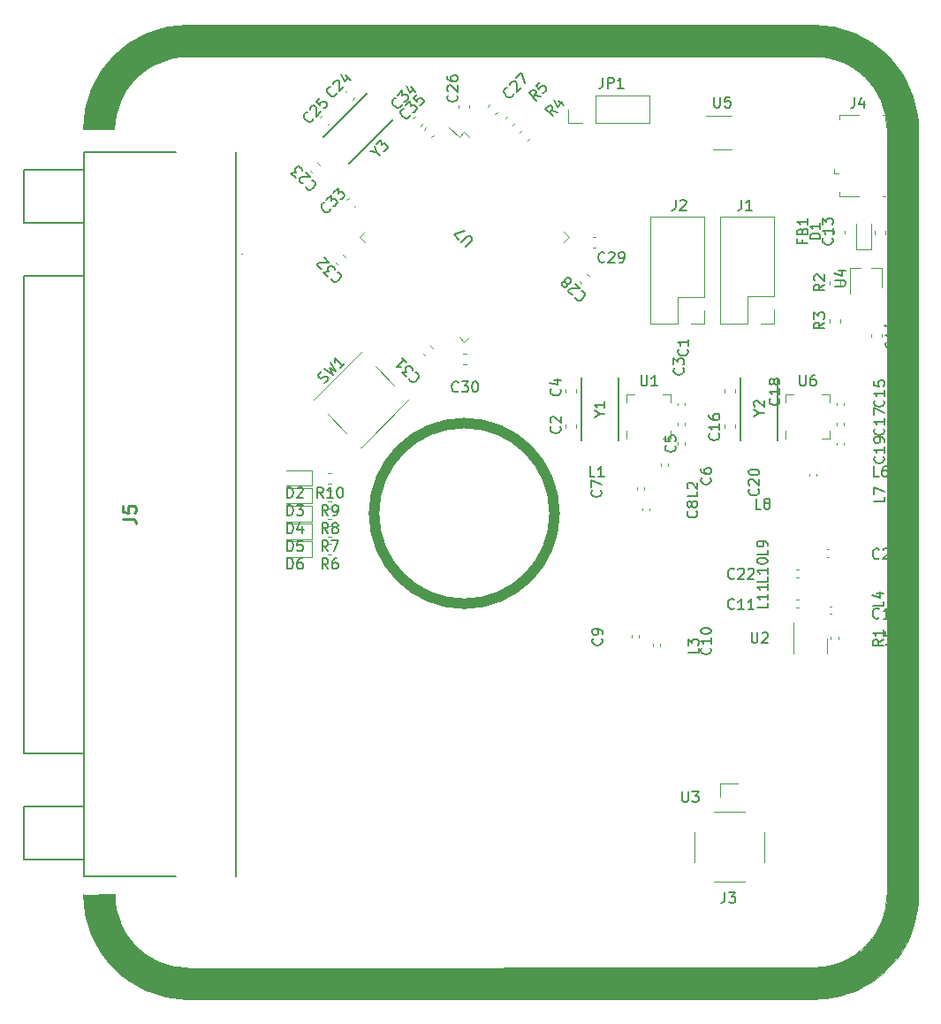
<source format=gbr>
%TF.GenerationSoftware,KiCad,Pcbnew,(6.0.1)*%
%TF.CreationDate,2022-01-19T11:33:41-06:00*%
%TF.ProjectId,Telemetry_KiCAD_Project,54656c65-6d65-4747-9279-5f4b69434144,rev?*%
%TF.SameCoordinates,Original*%
%TF.FileFunction,Legend,Top*%
%TF.FilePolarity,Positive*%
%FSLAX46Y46*%
G04 Gerber Fmt 4.6, Leading zero omitted, Abs format (unit mm)*
G04 Created by KiCad (PCBNEW (6.0.1)) date 2022-01-19 11:33:41*
%MOMM*%
%LPD*%
G01*
G04 APERTURE LIST*
%ADD10C,0.100000*%
%ADD11C,0.120000*%
%ADD12C,1.000000*%
%ADD13C,0.150000*%
%ADD14C,0.254000*%
%ADD15C,0.127000*%
%ADD16C,0.060000*%
%ADD17C,0.200000*%
G04 APERTURE END LIST*
D10*
X89950000Y-144970000D02*
X89140000Y-144930000D01*
X89140000Y-144930000D02*
X87860000Y-144740000D01*
X87860000Y-144740000D02*
X86600000Y-144350000D01*
X86600000Y-144350000D02*
X86010000Y-144140000D01*
X86010000Y-144140000D02*
X84760000Y-143480000D01*
X84760000Y-143480000D02*
X83640000Y-142700000D01*
X83640000Y-142700000D02*
X82740000Y-141860000D01*
X82740000Y-141860000D02*
X82110000Y-141120000D01*
X82110000Y-141120000D02*
X81570000Y-140330000D01*
X81570000Y-140330000D02*
X81220000Y-139770000D01*
X81220000Y-139770000D02*
X80840000Y-138940000D01*
X80840000Y-138940000D02*
X80530000Y-138140000D01*
X80530000Y-138140000D02*
X80240001Y-137090000D01*
X80240001Y-137090000D02*
X80140000Y-136490000D01*
X80140000Y-136490000D02*
X80020000Y-135720000D01*
X80020000Y-135720000D02*
X80000000Y-134980061D01*
X80000000Y-134980061D02*
X83000000Y-134950000D01*
X83000000Y-134950000D02*
X83000001Y-135109286D01*
X83000001Y-135109286D02*
X83020000Y-135589999D01*
X83020000Y-135589999D02*
X83120000Y-136360000D01*
X83120000Y-136360000D02*
X83400000Y-137330000D01*
X83400000Y-137330000D02*
X83650000Y-137950000D01*
X83650000Y-137950000D02*
X83970000Y-138550000D01*
X83970000Y-138550000D02*
X84430000Y-139250000D01*
X84430000Y-139250000D02*
X84800000Y-139690000D01*
X84800000Y-139690000D02*
X85390000Y-140270000D01*
X85390000Y-140270000D02*
X86230000Y-140900000D01*
X86230000Y-140900000D02*
X87040000Y-141340000D01*
X87040000Y-141340000D02*
X87820000Y-141650000D01*
X87820000Y-141650000D02*
X88620000Y-141870000D01*
X88620000Y-141870000D02*
X89220000Y-141960001D01*
X89220000Y-141960001D02*
X89975000Y-142000000D01*
X89975000Y-142000000D02*
X89975000Y-144975000D01*
X89975000Y-144975000D02*
X89949999Y-144975000D01*
X89949999Y-144975000D02*
X89950000Y-144970000D01*
G36*
X83000001Y-135109286D02*
G01*
X83020000Y-135589999D01*
X83120000Y-136360000D01*
X83400000Y-137330000D01*
X83650000Y-137950000D01*
X83970000Y-138550000D01*
X84430000Y-139250000D01*
X84800000Y-139690000D01*
X85390000Y-140270000D01*
X86230000Y-140900000D01*
X87040000Y-141340000D01*
X87820000Y-141650000D01*
X88620000Y-141870000D01*
X89220000Y-141960001D01*
X89975000Y-142000000D01*
X89975000Y-144975000D01*
X89949999Y-144975000D01*
X89950000Y-144970000D01*
X89140000Y-144930000D01*
X87860000Y-144740000D01*
X86600000Y-144350000D01*
X86010000Y-144140000D01*
X84760000Y-143480000D01*
X83640000Y-142700000D01*
X82740000Y-141860000D01*
X82110000Y-141120000D01*
X81570000Y-140330000D01*
X81220000Y-139770000D01*
X80840000Y-138940000D01*
X80530000Y-138140000D01*
X80240001Y-137090000D01*
X80140000Y-136490000D01*
X80020000Y-135720000D01*
X80000000Y-134980061D01*
X83000000Y-134950000D01*
X83000001Y-135109286D01*
G37*
X83000001Y-135109286D02*
X83020000Y-135589999D01*
X83120000Y-136360000D01*
X83400000Y-137330000D01*
X83650000Y-137950000D01*
X83970000Y-138550000D01*
X84430000Y-139250000D01*
X84800000Y-139690000D01*
X85390000Y-140270000D01*
X86230000Y-140900000D01*
X87040000Y-141340000D01*
X87820000Y-141650000D01*
X88620000Y-141870000D01*
X89220000Y-141960001D01*
X89975000Y-142000000D01*
X89975000Y-144975000D01*
X89949999Y-144975000D01*
X89950000Y-144970000D01*
X89140000Y-144930000D01*
X87860000Y-144740000D01*
X86600000Y-144350000D01*
X86010000Y-144140000D01*
X84760000Y-143480000D01*
X83640000Y-142700000D01*
X82740000Y-141860000D01*
X82110000Y-141120000D01*
X81570000Y-140330000D01*
X81220000Y-139770000D01*
X80840000Y-138940000D01*
X80530000Y-138140000D01*
X80240001Y-137090000D01*
X80140000Y-136490000D01*
X80020000Y-135720000D01*
X80000000Y-134980061D01*
X83000000Y-134950000D01*
X83000001Y-135109286D01*
X80000000Y-134980061D02*
G75*
G03*
X89960111Y-144975000I9995000J0D01*
G01*
D11*
X83000001Y-135109286D02*
G75*
G03*
X90000000Y-142010000I6999999J99999D01*
G01*
D10*
X80005000Y-61675000D02*
X80045000Y-60865000D01*
X80045000Y-60865000D02*
X80235000Y-59585000D01*
X80235000Y-59585000D02*
X80625000Y-58325000D01*
X80625000Y-58325000D02*
X80835000Y-57735000D01*
X80835000Y-57735000D02*
X81495000Y-56485000D01*
X81495000Y-56485000D02*
X82275000Y-55365000D01*
X82275000Y-55365000D02*
X83115000Y-54465000D01*
X83115000Y-54465000D02*
X83855000Y-53835000D01*
X83855000Y-53835000D02*
X84645000Y-53295000D01*
X84645000Y-53295000D02*
X85205000Y-52945000D01*
X85205000Y-52945000D02*
X86035000Y-52565000D01*
X86035000Y-52565000D02*
X86835000Y-52255000D01*
X86835000Y-52255000D02*
X87885000Y-51965001D01*
X87885000Y-51965001D02*
X88485000Y-51865000D01*
X88485000Y-51865000D02*
X89255000Y-51745000D01*
X89255000Y-51745000D02*
X89994939Y-51725000D01*
X89994939Y-51725000D02*
X90025000Y-54725000D01*
X90025000Y-54725000D02*
X89865714Y-54725001D01*
X89865714Y-54725001D02*
X89385001Y-54745000D01*
X89385001Y-54745000D02*
X88615000Y-54845000D01*
X88615000Y-54845000D02*
X87645000Y-55125000D01*
X87645000Y-55125000D02*
X87025000Y-55375000D01*
X87025000Y-55375000D02*
X86425000Y-55695000D01*
X86425000Y-55695000D02*
X85725000Y-56155000D01*
X85725000Y-56155000D02*
X85285000Y-56525000D01*
X85285000Y-56525000D02*
X84705000Y-57115000D01*
X84705000Y-57115000D02*
X84075000Y-57955000D01*
X84075000Y-57955000D02*
X83635000Y-58765000D01*
X83635000Y-58765000D02*
X83325000Y-59545000D01*
X83325000Y-59545000D02*
X83105000Y-60345000D01*
X83105000Y-60345000D02*
X83014999Y-60945000D01*
X83014999Y-60945000D02*
X82975000Y-61700000D01*
X82975000Y-61700000D02*
X80000000Y-61700000D01*
X80000000Y-61700000D02*
X80000000Y-61674999D01*
X80000000Y-61674999D02*
X80005000Y-61675000D01*
G36*
X90025000Y-54725000D02*
G01*
X89865714Y-54725001D01*
X89385001Y-54745000D01*
X88615000Y-54845000D01*
X87645000Y-55125000D01*
X87025000Y-55375000D01*
X86425000Y-55695000D01*
X85725000Y-56155000D01*
X85285000Y-56525000D01*
X84705000Y-57115000D01*
X84075000Y-57955000D01*
X83635000Y-58765000D01*
X83325000Y-59545000D01*
X83105000Y-60345000D01*
X83014999Y-60945000D01*
X82975000Y-61700000D01*
X80000000Y-61700000D01*
X80000000Y-61674999D01*
X80005000Y-61675000D01*
X80045000Y-60865000D01*
X80235000Y-59585000D01*
X80625000Y-58325000D01*
X80835000Y-57735000D01*
X81495000Y-56485000D01*
X82275000Y-55365000D01*
X83115000Y-54465000D01*
X83855000Y-53835000D01*
X84645000Y-53295000D01*
X85205000Y-52945000D01*
X86035000Y-52565000D01*
X86835000Y-52255000D01*
X87885000Y-51965001D01*
X88485000Y-51865000D01*
X89255000Y-51745000D01*
X89994939Y-51725000D01*
X90025000Y-54725000D01*
G37*
X90025000Y-54725000D02*
X89865714Y-54725001D01*
X89385001Y-54745000D01*
X88615000Y-54845000D01*
X87645000Y-55125000D01*
X87025000Y-55375000D01*
X86425000Y-55695000D01*
X85725000Y-56155000D01*
X85285000Y-56525000D01*
X84705000Y-57115000D01*
X84075000Y-57955000D01*
X83635000Y-58765000D01*
X83325000Y-59545000D01*
X83105000Y-60345000D01*
X83014999Y-60945000D01*
X82975000Y-61700000D01*
X80000000Y-61700000D01*
X80000000Y-61674999D01*
X80005000Y-61675000D01*
X80045000Y-60865000D01*
X80235000Y-59585000D01*
X80625000Y-58325000D01*
X80835000Y-57735000D01*
X81495000Y-56485000D01*
X82275000Y-55365000D01*
X83115000Y-54465000D01*
X83855000Y-53835000D01*
X84645000Y-53295000D01*
X85205000Y-52945000D01*
X86035000Y-52565000D01*
X86835000Y-52255000D01*
X87885000Y-51965001D01*
X88485000Y-51865000D01*
X89255000Y-51745000D01*
X89994939Y-51725000D01*
X90025000Y-54725000D01*
X89994939Y-51725000D02*
G75*
G03*
X80000000Y-61685111I0J-9995000D01*
G01*
D11*
X89865714Y-54725001D02*
G75*
G03*
X82965000Y-61725000I99999J-6999999D01*
G01*
D10*
X150050000Y-51730000D02*
X150860000Y-51770000D01*
X150860000Y-51770000D02*
X152140000Y-51960000D01*
X152140000Y-51960000D02*
X153400000Y-52350000D01*
X153400000Y-52350000D02*
X153990000Y-52560000D01*
X153990000Y-52560000D02*
X155240000Y-53220000D01*
X155240000Y-53220000D02*
X156360000Y-54000000D01*
X156360000Y-54000000D02*
X157260000Y-54840000D01*
X157260000Y-54840000D02*
X157890000Y-55580000D01*
X157890000Y-55580000D02*
X158430000Y-56370000D01*
X158430000Y-56370000D02*
X158780000Y-56930000D01*
X158780000Y-56930000D02*
X159160000Y-57760000D01*
X159160000Y-57760000D02*
X159470000Y-58560000D01*
X159470000Y-58560000D02*
X159760000Y-59610000D01*
X159760000Y-59610000D02*
X159860000Y-60210000D01*
X159860000Y-60210000D02*
X159980000Y-60980000D01*
X159980000Y-60980000D02*
X160000000Y-61719939D01*
X160000000Y-61719939D02*
X157000000Y-61750000D01*
X157000000Y-61750000D02*
X156999999Y-61590714D01*
X156999999Y-61590714D02*
X156980000Y-61110000D01*
X156980000Y-61110000D02*
X156880000Y-60340000D01*
X156880000Y-60340000D02*
X156600000Y-59370000D01*
X156600000Y-59370000D02*
X156350000Y-58750000D01*
X156350000Y-58750000D02*
X156030000Y-58150000D01*
X156030000Y-58150000D02*
X155570000Y-57450000D01*
X155570000Y-57450000D02*
X155200000Y-57010000D01*
X155200000Y-57010000D02*
X154610000Y-56430000D01*
X154610000Y-56430000D02*
X153770000Y-55800000D01*
X153770000Y-55800000D02*
X152960000Y-55360000D01*
X152960000Y-55360000D02*
X152180000Y-55050000D01*
X152180000Y-55050000D02*
X151380000Y-54830000D01*
X151380000Y-54830000D02*
X150780000Y-54740000D01*
X150780000Y-54740000D02*
X150025000Y-54700000D01*
X150025000Y-54700000D02*
X150025000Y-51725000D01*
X150025000Y-51725000D02*
X150050000Y-51725000D01*
X150050000Y-51725000D02*
X150050000Y-51730000D01*
G36*
X150050000Y-51730000D02*
G01*
X150860000Y-51770000D01*
X152140000Y-51960000D01*
X153400000Y-52350000D01*
X153990000Y-52560000D01*
X155240000Y-53220000D01*
X156360000Y-54000000D01*
X157260000Y-54840000D01*
X157890000Y-55580000D01*
X158430000Y-56370000D01*
X158780000Y-56930000D01*
X159160000Y-57760000D01*
X159470000Y-58560000D01*
X159760000Y-59610000D01*
X159860000Y-60210000D01*
X159980000Y-60980000D01*
X160000000Y-61719939D01*
X157000000Y-61750000D01*
X156999999Y-61590714D01*
X156980000Y-61110000D01*
X156880000Y-60340000D01*
X156600000Y-59370000D01*
X156350000Y-58750000D01*
X156030000Y-58150000D01*
X155570000Y-57450000D01*
X155200000Y-57010000D01*
X154610000Y-56430000D01*
X153770000Y-55800000D01*
X152960000Y-55360000D01*
X152180000Y-55050000D01*
X151380000Y-54830000D01*
X150780000Y-54740000D01*
X150025000Y-54700000D01*
X150025000Y-51725000D01*
X150050000Y-51725000D01*
X150050000Y-51730000D01*
G37*
X150050000Y-51730000D02*
X150860000Y-51770000D01*
X152140000Y-51960000D01*
X153400000Y-52350000D01*
X153990000Y-52560000D01*
X155240000Y-53220000D01*
X156360000Y-54000000D01*
X157260000Y-54840000D01*
X157890000Y-55580000D01*
X158430000Y-56370000D01*
X158780000Y-56930000D01*
X159160000Y-57760000D01*
X159470000Y-58560000D01*
X159760000Y-59610000D01*
X159860000Y-60210000D01*
X159980000Y-60980000D01*
X160000000Y-61719939D01*
X157000000Y-61750000D01*
X156999999Y-61590714D01*
X156980000Y-61110000D01*
X156880000Y-60340000D01*
X156600000Y-59370000D01*
X156350000Y-58750000D01*
X156030000Y-58150000D01*
X155570000Y-57450000D01*
X155200000Y-57010000D01*
X154610000Y-56430000D01*
X153770000Y-55800000D01*
X152960000Y-55360000D01*
X152180000Y-55050000D01*
X151380000Y-54830000D01*
X150780000Y-54740000D01*
X150025000Y-54700000D01*
X150025000Y-51725000D01*
X150050000Y-51725000D01*
X150050000Y-51730000D01*
X160000000Y-134990000D02*
X159970000Y-135650000D01*
X159970000Y-135650000D02*
X159900000Y-136350000D01*
X159900000Y-136350000D02*
X159760000Y-137130000D01*
X159760000Y-137130000D02*
X159570000Y-137890000D01*
X159570000Y-137890000D02*
X159300000Y-138640000D01*
X159300000Y-138640000D02*
X159010000Y-139300000D01*
X159010000Y-139300000D02*
X158680000Y-139920000D01*
X158680000Y-139920000D02*
X158250000Y-140640000D01*
X158250000Y-140640000D02*
X157750000Y-141290000D01*
X157750000Y-141290000D02*
X157370000Y-141720000D01*
X157370000Y-141720000D02*
X156880000Y-142230000D01*
X156880000Y-142230000D02*
X156480000Y-142600000D01*
X156480000Y-142600000D02*
X156040000Y-142940000D01*
X156040000Y-142940000D02*
X155590000Y-143270000D01*
X155590000Y-143270000D02*
X154920000Y-143680000D01*
X154920000Y-143680000D02*
X154360000Y-143970000D01*
X154360000Y-143970000D02*
X153860000Y-144210000D01*
X153860000Y-144210000D02*
X153220000Y-144440000D01*
X153220000Y-144440000D02*
X152500000Y-144660000D01*
X152500000Y-144660000D02*
X152000000Y-144780000D01*
X152000000Y-144780000D02*
X151620000Y-144840000D01*
X151620000Y-144840000D02*
X151190000Y-144900000D01*
X151190000Y-144900000D02*
X150670000Y-144940000D01*
X150670000Y-144940000D02*
X150110000Y-144970000D01*
X150110000Y-144970000D02*
X149980000Y-144970000D01*
X149980000Y-144970000D02*
X150090000Y-141980000D01*
X150090000Y-141980000D02*
X150120000Y-141980000D01*
X150120000Y-141980000D02*
X151100000Y-141880000D01*
X151100000Y-141880000D02*
X151960000Y-141700000D01*
X151960000Y-141700000D02*
X152770000Y-141400000D01*
X152770000Y-141400000D02*
X153320000Y-141120000D01*
X153320000Y-141120000D02*
X153900000Y-140790000D01*
X153900000Y-140790000D02*
X154470000Y-140380000D01*
X154470000Y-140380000D02*
X155040000Y-139860000D01*
X155040000Y-139860000D02*
X155640000Y-139150000D01*
X155640000Y-139150000D02*
X155970000Y-138630000D01*
X155970000Y-138630000D02*
X156360000Y-137910000D01*
X156360000Y-137910000D02*
X156540000Y-137490000D01*
X156540000Y-137490000D02*
X156750000Y-136850000D01*
X156750000Y-136850000D02*
X156920000Y-136100000D01*
X156920000Y-136100000D02*
X156990000Y-135640000D01*
X156990000Y-135640000D02*
X157020000Y-134920000D01*
X157020000Y-134920000D02*
X160000000Y-134920000D01*
X160000000Y-134920000D02*
X160000000Y-134990000D01*
G36*
X160000000Y-134990000D02*
G01*
X159970000Y-135650000D01*
X159900000Y-136350000D01*
X159760000Y-137130000D01*
X159570000Y-137890000D01*
X159300000Y-138640000D01*
X159010000Y-139300000D01*
X158680000Y-139920000D01*
X158250000Y-140640000D01*
X157750000Y-141290000D01*
X157370000Y-141720000D01*
X156880000Y-142230000D01*
X156480000Y-142600000D01*
X156040000Y-142940000D01*
X155590000Y-143270000D01*
X154920000Y-143680000D01*
X154360000Y-143970000D01*
X153860000Y-144210000D01*
X153220000Y-144440000D01*
X152500000Y-144660000D01*
X152000000Y-144780000D01*
X151620000Y-144840000D01*
X151190000Y-144900000D01*
X150670000Y-144940000D01*
X150110000Y-144970000D01*
X149980000Y-144970000D01*
X150090000Y-141980000D01*
X150120000Y-141980000D01*
X151100000Y-141880000D01*
X151960000Y-141700000D01*
X152770000Y-141400000D01*
X153320000Y-141120000D01*
X153900000Y-140790000D01*
X154470000Y-140380000D01*
X155040000Y-139860000D01*
X155640000Y-139150000D01*
X155970000Y-138630000D01*
X156360000Y-137910000D01*
X156540000Y-137490000D01*
X156750000Y-136850000D01*
X156920000Y-136100000D01*
X156990000Y-135640000D01*
X157020000Y-134920000D01*
X160000000Y-134920000D01*
X160000000Y-134990000D01*
G37*
X160000000Y-134990000D02*
X159970000Y-135650000D01*
X159900000Y-136350000D01*
X159760000Y-137130000D01*
X159570000Y-137890000D01*
X159300000Y-138640000D01*
X159010000Y-139300000D01*
X158680000Y-139920000D01*
X158250000Y-140640000D01*
X157750000Y-141290000D01*
X157370000Y-141720000D01*
X156880000Y-142230000D01*
X156480000Y-142600000D01*
X156040000Y-142940000D01*
X155590000Y-143270000D01*
X154920000Y-143680000D01*
X154360000Y-143970000D01*
X153860000Y-144210000D01*
X153220000Y-144440000D01*
X152500000Y-144660000D01*
X152000000Y-144780000D01*
X151620000Y-144840000D01*
X151190000Y-144900000D01*
X150670000Y-144940000D01*
X150110000Y-144970000D01*
X149980000Y-144970000D01*
X150090000Y-141980000D01*
X150120000Y-141980000D01*
X151100000Y-141880000D01*
X151960000Y-141700000D01*
X152770000Y-141400000D01*
X153320000Y-141120000D01*
X153900000Y-140790000D01*
X154470000Y-140380000D01*
X155040000Y-139860000D01*
X155640000Y-139150000D01*
X155970000Y-138630000D01*
X156360000Y-137910000D01*
X156540000Y-137490000D01*
X156750000Y-136850000D01*
X156920000Y-136100000D01*
X156990000Y-135640000D01*
X157020000Y-134920000D01*
X160000000Y-134920000D01*
X160000000Y-134990000D01*
D11*
X150109286Y-141979999D02*
G75*
G03*
X157010000Y-134980000I-99999J6999999D01*
G01*
D10*
X150000000Y-144980000D02*
G75*
G03*
X160000000Y-134980000I0J10000000D01*
G01*
X160000000Y-61719939D02*
G75*
G03*
X150039889Y-51725000I-9995000J0D01*
G01*
D11*
X156999999Y-61590714D02*
G75*
G03*
X150000000Y-54690000I-6999999J-99999D01*
G01*
D10*
X160000000Y-134900000D02*
X157000000Y-134910000D01*
X157000000Y-134910000D02*
X157000000Y-61750000D01*
X157000000Y-61750000D02*
X160000000Y-61750000D01*
X160000000Y-61750000D02*
X160000000Y-134900000D01*
G36*
X160000000Y-134900000D02*
G01*
X157000000Y-134910000D01*
X157000000Y-61750000D01*
X160000000Y-61750000D01*
X160000000Y-134900000D01*
G37*
X160000000Y-134900000D02*
X157000000Y-134910000D01*
X157000000Y-61750000D01*
X160000000Y-61750000D01*
X160000000Y-134900000D01*
D12*
X125150000Y-98475000D02*
G75*
G03*
X125150000Y-98475000I-8650000J0D01*
G01*
D10*
X150025000Y-54700000D02*
X89780000Y-54740000D01*
X89780000Y-54740000D02*
X89994939Y-51725000D01*
X89994939Y-51725000D02*
X150025000Y-51725000D01*
X150025000Y-51725000D02*
X150025000Y-54700000D01*
G36*
X150025000Y-54700000D02*
G01*
X89780000Y-54740000D01*
X89994939Y-51725000D01*
X150025000Y-51725000D01*
X150025000Y-54700000D01*
G37*
X150025000Y-54700000D02*
X89780000Y-54740000D01*
X89994939Y-51725000D01*
X150025000Y-51725000D01*
X150025000Y-54700000D01*
X150000000Y-144980000D02*
X89975000Y-144975000D01*
X89975000Y-144975000D02*
X90000000Y-142010000D01*
X90000000Y-142010000D02*
X150109286Y-141970000D01*
X150109286Y-141970000D02*
X150000000Y-144980000D01*
G36*
X150000000Y-144980000D02*
G01*
X89975000Y-144975000D01*
X90000000Y-142010000D01*
X150109286Y-141970000D01*
X150000000Y-144980000D01*
G37*
X150000000Y-144980000D02*
X89975000Y-144975000D01*
X90000000Y-142010000D01*
X150109286Y-141970000D01*
X150000000Y-144980000D01*
D13*
%TO.C,D6*%
X99536904Y-103782380D02*
X99536904Y-102782380D01*
X99775000Y-102782380D01*
X99917857Y-102830000D01*
X100013095Y-102925238D01*
X100060714Y-103020476D01*
X100108333Y-103210952D01*
X100108333Y-103353809D01*
X100060714Y-103544285D01*
X100013095Y-103639523D01*
X99917857Y-103734761D01*
X99775000Y-103782380D01*
X99536904Y-103782380D01*
X100965476Y-102782380D02*
X100775000Y-102782380D01*
X100679761Y-102830000D01*
X100632142Y-102877619D01*
X100536904Y-103020476D01*
X100489285Y-103210952D01*
X100489285Y-103591904D01*
X100536904Y-103687142D01*
X100584523Y-103734761D01*
X100679761Y-103782380D01*
X100870238Y-103782380D01*
X100965476Y-103734761D01*
X101013095Y-103687142D01*
X101060714Y-103591904D01*
X101060714Y-103353809D01*
X101013095Y-103258571D01*
X100965476Y-103210952D01*
X100870238Y-103163333D01*
X100679761Y-103163333D01*
X100584523Y-103210952D01*
X100536904Y-103258571D01*
X100489285Y-103353809D01*
%TO.C,JP1*%
X129766666Y-56752380D02*
X129766666Y-57466666D01*
X129719047Y-57609523D01*
X129623809Y-57704761D01*
X129480952Y-57752380D01*
X129385714Y-57752380D01*
X130242857Y-57752380D02*
X130242857Y-56752380D01*
X130623809Y-56752380D01*
X130719047Y-56800000D01*
X130766666Y-56847619D01*
X130814285Y-56942857D01*
X130814285Y-57085714D01*
X130766666Y-57180952D01*
X130719047Y-57228571D01*
X130623809Y-57276190D01*
X130242857Y-57276190D01*
X131766666Y-57752380D02*
X131195238Y-57752380D01*
X131480952Y-57752380D02*
X131480952Y-56752380D01*
X131385714Y-56895238D01*
X131290476Y-56990476D01*
X131195238Y-57038095D01*
%TO.C,C34*%
X110497969Y-59307106D02*
X110497969Y-59374450D01*
X110430625Y-59509137D01*
X110363282Y-59576480D01*
X110228595Y-59643824D01*
X110093908Y-59643824D01*
X109992893Y-59610152D01*
X109824534Y-59509137D01*
X109723519Y-59408122D01*
X109622503Y-59239763D01*
X109588832Y-59138748D01*
X109588832Y-59004061D01*
X109656175Y-58869374D01*
X109723519Y-58802030D01*
X109858206Y-58734687D01*
X109925549Y-58734687D01*
X110093908Y-58431641D02*
X110531641Y-57993908D01*
X110565312Y-58498984D01*
X110666328Y-58397969D01*
X110767343Y-58364297D01*
X110834687Y-58364297D01*
X110935702Y-58397969D01*
X111104061Y-58566328D01*
X111137732Y-58667343D01*
X111137732Y-58734687D01*
X111104061Y-58835702D01*
X110902030Y-59037732D01*
X110801015Y-59071404D01*
X110733671Y-59071404D01*
X111373435Y-57623519D02*
X111844839Y-58094923D01*
X110935702Y-57522503D02*
X111272419Y-58195938D01*
X111710152Y-57758206D01*
%TO.C,J2*%
X136756666Y-68452380D02*
X136756666Y-69166666D01*
X136709047Y-69309523D01*
X136613809Y-69404761D01*
X136470952Y-69452380D01*
X136375714Y-69452380D01*
X137185238Y-68547619D02*
X137232857Y-68500000D01*
X137328095Y-68452380D01*
X137566190Y-68452380D01*
X137661428Y-68500000D01*
X137709047Y-68547619D01*
X137756666Y-68642857D01*
X137756666Y-68738095D01*
X137709047Y-68880952D01*
X137137619Y-69452380D01*
X137756666Y-69452380D01*
%TO.C,Y3*%
X108069749Y-63904354D02*
X108406697Y-64241302D01*
X107463242Y-63769575D02*
X108069749Y-63904354D01*
X107934970Y-63297848D01*
X108103444Y-63129373D02*
X108541476Y-62691341D01*
X108575171Y-63196763D01*
X108676256Y-63095679D01*
X108777340Y-63061984D01*
X108844730Y-63061984D01*
X108945814Y-63095679D01*
X109114288Y-63264153D01*
X109147983Y-63365237D01*
X109147983Y-63432627D01*
X109114288Y-63533711D01*
X108912119Y-63735880D01*
X108811035Y-63769575D01*
X108743645Y-63769575D01*
%TO.C,Y2*%
X144776174Y-88876516D02*
X145252690Y-88876516D01*
X144252005Y-89210078D02*
X144776174Y-88876516D01*
X144252005Y-88542955D01*
X144347309Y-88257045D02*
X144299657Y-88209393D01*
X144252005Y-88114090D01*
X144252005Y-87875831D01*
X144299657Y-87780528D01*
X144347309Y-87732876D01*
X144442612Y-87685225D01*
X144537915Y-87685225D01*
X144680870Y-87732876D01*
X145252690Y-88304696D01*
X145252690Y-87685225D01*
%TO.C,Y1*%
X129476174Y-88976516D02*
X129952690Y-88976516D01*
X128952005Y-89310078D02*
X129476174Y-88976516D01*
X128952005Y-88642955D01*
X129952690Y-87785225D02*
X129952690Y-88357045D01*
X129952690Y-88071135D02*
X128952005Y-88071135D01*
X129094960Y-88166438D01*
X129190264Y-88261741D01*
X129237915Y-88357045D01*
%TO.C,R10*%
X102977142Y-96982380D02*
X102643809Y-96506190D01*
X102405714Y-96982380D02*
X102405714Y-95982380D01*
X102786666Y-95982380D01*
X102881904Y-96030000D01*
X102929523Y-96077619D01*
X102977142Y-96172857D01*
X102977142Y-96315714D01*
X102929523Y-96410952D01*
X102881904Y-96458571D01*
X102786666Y-96506190D01*
X102405714Y-96506190D01*
X103929523Y-96982380D02*
X103358095Y-96982380D01*
X103643809Y-96982380D02*
X103643809Y-95982380D01*
X103548571Y-96125238D01*
X103453333Y-96220476D01*
X103358095Y-96268095D01*
X104548571Y-95982380D02*
X104643809Y-95982380D01*
X104739047Y-96030000D01*
X104786666Y-96077619D01*
X104834285Y-96172857D01*
X104881904Y-96363333D01*
X104881904Y-96601428D01*
X104834285Y-96791904D01*
X104786666Y-96887142D01*
X104739047Y-96934761D01*
X104643809Y-96982380D01*
X104548571Y-96982380D01*
X104453333Y-96934761D01*
X104405714Y-96887142D01*
X104358095Y-96791904D01*
X104310476Y-96601428D01*
X104310476Y-96363333D01*
X104358095Y-96172857D01*
X104405714Y-96077619D01*
X104453333Y-96030000D01*
X104548571Y-95982380D01*
%TO.C,R9*%
X103453333Y-98682380D02*
X103120000Y-98206190D01*
X102881904Y-98682380D02*
X102881904Y-97682380D01*
X103262857Y-97682380D01*
X103358095Y-97730000D01*
X103405714Y-97777619D01*
X103453333Y-97872857D01*
X103453333Y-98015714D01*
X103405714Y-98110952D01*
X103358095Y-98158571D01*
X103262857Y-98206190D01*
X102881904Y-98206190D01*
X103929523Y-98682380D02*
X104120000Y-98682380D01*
X104215238Y-98634761D01*
X104262857Y-98587142D01*
X104358095Y-98444285D01*
X104405714Y-98253809D01*
X104405714Y-97872857D01*
X104358095Y-97777619D01*
X104310476Y-97730000D01*
X104215238Y-97682380D01*
X104024761Y-97682380D01*
X103929523Y-97730000D01*
X103881904Y-97777619D01*
X103834285Y-97872857D01*
X103834285Y-98110952D01*
X103881904Y-98206190D01*
X103929523Y-98253809D01*
X104024761Y-98301428D01*
X104215238Y-98301428D01*
X104310476Y-98253809D01*
X104358095Y-98206190D01*
X104405714Y-98110952D01*
%TO.C,R8*%
X103453333Y-100382380D02*
X103120000Y-99906190D01*
X102881904Y-100382380D02*
X102881904Y-99382380D01*
X103262857Y-99382380D01*
X103358095Y-99430000D01*
X103405714Y-99477619D01*
X103453333Y-99572857D01*
X103453333Y-99715714D01*
X103405714Y-99810952D01*
X103358095Y-99858571D01*
X103262857Y-99906190D01*
X102881904Y-99906190D01*
X104024761Y-99810952D02*
X103929523Y-99763333D01*
X103881904Y-99715714D01*
X103834285Y-99620476D01*
X103834285Y-99572857D01*
X103881904Y-99477619D01*
X103929523Y-99430000D01*
X104024761Y-99382380D01*
X104215238Y-99382380D01*
X104310476Y-99430000D01*
X104358095Y-99477619D01*
X104405714Y-99572857D01*
X104405714Y-99620476D01*
X104358095Y-99715714D01*
X104310476Y-99763333D01*
X104215238Y-99810952D01*
X104024761Y-99810952D01*
X103929523Y-99858571D01*
X103881904Y-99906190D01*
X103834285Y-100001428D01*
X103834285Y-100191904D01*
X103881904Y-100287142D01*
X103929523Y-100334761D01*
X104024761Y-100382380D01*
X104215238Y-100382380D01*
X104310476Y-100334761D01*
X104358095Y-100287142D01*
X104405714Y-100191904D01*
X104405714Y-100001428D01*
X104358095Y-99906190D01*
X104310476Y-99858571D01*
X104215238Y-99810952D01*
%TO.C,R7*%
X103453333Y-102082380D02*
X103120000Y-101606190D01*
X102881904Y-102082380D02*
X102881904Y-101082380D01*
X103262857Y-101082380D01*
X103358095Y-101130000D01*
X103405714Y-101177619D01*
X103453333Y-101272857D01*
X103453333Y-101415714D01*
X103405714Y-101510952D01*
X103358095Y-101558571D01*
X103262857Y-101606190D01*
X102881904Y-101606190D01*
X103786666Y-101082380D02*
X104453333Y-101082380D01*
X104024761Y-102082380D01*
%TO.C,R6*%
X103453333Y-103782380D02*
X103120000Y-103306190D01*
X102881904Y-103782380D02*
X102881904Y-102782380D01*
X103262857Y-102782380D01*
X103358095Y-102830000D01*
X103405714Y-102877619D01*
X103453333Y-102972857D01*
X103453333Y-103115714D01*
X103405714Y-103210952D01*
X103358095Y-103258571D01*
X103262857Y-103306190D01*
X102881904Y-103306190D01*
X104310476Y-102782380D02*
X104120000Y-102782380D01*
X104024761Y-102830000D01*
X103977142Y-102877619D01*
X103881904Y-103020476D01*
X103834285Y-103210952D01*
X103834285Y-103591904D01*
X103881904Y-103687142D01*
X103929523Y-103734761D01*
X104024761Y-103782380D01*
X104215238Y-103782380D01*
X104310476Y-103734761D01*
X104358095Y-103687142D01*
X104405714Y-103591904D01*
X104405714Y-103353809D01*
X104358095Y-103258571D01*
X104310476Y-103210952D01*
X104215238Y-103163333D01*
X104024761Y-103163333D01*
X103929523Y-103210952D01*
X103881904Y-103258571D01*
X103834285Y-103353809D01*
%TO.C,D5*%
X99531904Y-102082380D02*
X99531904Y-101082380D01*
X99770000Y-101082380D01*
X99912857Y-101130000D01*
X100008095Y-101225238D01*
X100055714Y-101320476D01*
X100103333Y-101510952D01*
X100103333Y-101653809D01*
X100055714Y-101844285D01*
X100008095Y-101939523D01*
X99912857Y-102034761D01*
X99770000Y-102082380D01*
X99531904Y-102082380D01*
X101008095Y-101082380D02*
X100531904Y-101082380D01*
X100484285Y-101558571D01*
X100531904Y-101510952D01*
X100627142Y-101463333D01*
X100865238Y-101463333D01*
X100960476Y-101510952D01*
X101008095Y-101558571D01*
X101055714Y-101653809D01*
X101055714Y-101891904D01*
X101008095Y-101987142D01*
X100960476Y-102034761D01*
X100865238Y-102082380D01*
X100627142Y-102082380D01*
X100531904Y-102034761D01*
X100484285Y-101987142D01*
%TO.C,D4*%
X99531904Y-100382380D02*
X99531904Y-99382380D01*
X99770000Y-99382380D01*
X99912857Y-99430000D01*
X100008095Y-99525238D01*
X100055714Y-99620476D01*
X100103333Y-99810952D01*
X100103333Y-99953809D01*
X100055714Y-100144285D01*
X100008095Y-100239523D01*
X99912857Y-100334761D01*
X99770000Y-100382380D01*
X99531904Y-100382380D01*
X100960476Y-99715714D02*
X100960476Y-100382380D01*
X100722380Y-99334761D02*
X100484285Y-100049047D01*
X101103333Y-100049047D01*
%TO.C,D3*%
X99531904Y-98682380D02*
X99531904Y-97682380D01*
X99770000Y-97682380D01*
X99912857Y-97730000D01*
X100008095Y-97825238D01*
X100055714Y-97920476D01*
X100103333Y-98110952D01*
X100103333Y-98253809D01*
X100055714Y-98444285D01*
X100008095Y-98539523D01*
X99912857Y-98634761D01*
X99770000Y-98682380D01*
X99531904Y-98682380D01*
X100436666Y-97682380D02*
X101055714Y-97682380D01*
X100722380Y-98063333D01*
X100865238Y-98063333D01*
X100960476Y-98110952D01*
X101008095Y-98158571D01*
X101055714Y-98253809D01*
X101055714Y-98491904D01*
X101008095Y-98587142D01*
X100960476Y-98634761D01*
X100865238Y-98682380D01*
X100579523Y-98682380D01*
X100484285Y-98634761D01*
X100436666Y-98587142D01*
%TO.C,D2*%
X99531904Y-96982380D02*
X99531904Y-95982380D01*
X99770000Y-95982380D01*
X99912857Y-96030000D01*
X100008095Y-96125238D01*
X100055714Y-96220476D01*
X100103333Y-96410952D01*
X100103333Y-96553809D01*
X100055714Y-96744285D01*
X100008095Y-96839523D01*
X99912857Y-96934761D01*
X99770000Y-96982380D01*
X99531904Y-96982380D01*
X100484285Y-96077619D02*
X100531904Y-96030000D01*
X100627142Y-95982380D01*
X100865238Y-95982380D01*
X100960476Y-96030000D01*
X101008095Y-96077619D01*
X101055714Y-96172857D01*
X101055714Y-96268095D01*
X101008095Y-96410952D01*
X100436666Y-96982380D01*
X101055714Y-96982380D01*
%TO.C,C19*%
X156657142Y-93042857D02*
X156704761Y-93090476D01*
X156752380Y-93233333D01*
X156752380Y-93328571D01*
X156704761Y-93471428D01*
X156609523Y-93566666D01*
X156514285Y-93614285D01*
X156323809Y-93661904D01*
X156180952Y-93661904D01*
X155990476Y-93614285D01*
X155895238Y-93566666D01*
X155800000Y-93471428D01*
X155752380Y-93328571D01*
X155752380Y-93233333D01*
X155800000Y-93090476D01*
X155847619Y-93042857D01*
X156752380Y-92090476D02*
X156752380Y-92661904D01*
X156752380Y-92376190D02*
X155752380Y-92376190D01*
X155895238Y-92471428D01*
X155990476Y-92566666D01*
X156038095Y-92661904D01*
X156752380Y-91614285D02*
X156752380Y-91423809D01*
X156704761Y-91328571D01*
X156657142Y-91280952D01*
X156514285Y-91185714D01*
X156323809Y-91138095D01*
X155942857Y-91138095D01*
X155847619Y-91185714D01*
X155800000Y-91233333D01*
X155752380Y-91328571D01*
X155752380Y-91519047D01*
X155800000Y-91614285D01*
X155847619Y-91661904D01*
X155942857Y-91709523D01*
X156180952Y-91709523D01*
X156276190Y-91661904D01*
X156323809Y-91614285D01*
X156371428Y-91519047D01*
X156371428Y-91328571D01*
X156323809Y-91233333D01*
X156276190Y-91185714D01*
X156180952Y-91138095D01*
%TO.C,C17*%
X156657142Y-90342857D02*
X156704761Y-90390476D01*
X156752380Y-90533333D01*
X156752380Y-90628571D01*
X156704761Y-90771428D01*
X156609523Y-90866666D01*
X156514285Y-90914285D01*
X156323809Y-90961904D01*
X156180952Y-90961904D01*
X155990476Y-90914285D01*
X155895238Y-90866666D01*
X155800000Y-90771428D01*
X155752380Y-90628571D01*
X155752380Y-90533333D01*
X155800000Y-90390476D01*
X155847619Y-90342857D01*
X156752380Y-89390476D02*
X156752380Y-89961904D01*
X156752380Y-89676190D02*
X155752380Y-89676190D01*
X155895238Y-89771428D01*
X155990476Y-89866666D01*
X156038095Y-89961904D01*
X155752380Y-89057142D02*
X155752380Y-88390476D01*
X156752380Y-88819047D01*
%TO.C,C15*%
X156657142Y-87642857D02*
X156704761Y-87690476D01*
X156752380Y-87833333D01*
X156752380Y-87928571D01*
X156704761Y-88071428D01*
X156609523Y-88166666D01*
X156514285Y-88214285D01*
X156323809Y-88261904D01*
X156180952Y-88261904D01*
X155990476Y-88214285D01*
X155895238Y-88166666D01*
X155800000Y-88071428D01*
X155752380Y-87928571D01*
X155752380Y-87833333D01*
X155800000Y-87690476D01*
X155847619Y-87642857D01*
X156752380Y-86690476D02*
X156752380Y-87261904D01*
X156752380Y-86976190D02*
X155752380Y-86976190D01*
X155895238Y-87071428D01*
X155990476Y-87166666D01*
X156038095Y-87261904D01*
X155752380Y-85785714D02*
X155752380Y-86261904D01*
X156228571Y-86309523D01*
X156180952Y-86261904D01*
X156133333Y-86166666D01*
X156133333Y-85928571D01*
X156180952Y-85833333D01*
X156228571Y-85785714D01*
X156323809Y-85738095D01*
X156561904Y-85738095D01*
X156657142Y-85785714D01*
X156704761Y-85833333D01*
X156752380Y-85928571D01*
X156752380Y-86166666D01*
X156704761Y-86261904D01*
X156657142Y-86309523D01*
%TO.C,C5*%
X136657142Y-91966666D02*
X136704761Y-92014285D01*
X136752380Y-92157142D01*
X136752380Y-92252380D01*
X136704761Y-92395238D01*
X136609523Y-92490476D01*
X136514285Y-92538095D01*
X136323809Y-92585714D01*
X136180952Y-92585714D01*
X135990476Y-92538095D01*
X135895238Y-92490476D01*
X135800000Y-92395238D01*
X135752380Y-92252380D01*
X135752380Y-92157142D01*
X135800000Y-92014285D01*
X135847619Y-91966666D01*
X135752380Y-91061904D02*
X135752380Y-91538095D01*
X136228571Y-91585714D01*
X136180952Y-91538095D01*
X136133333Y-91442857D01*
X136133333Y-91204761D01*
X136180952Y-91109523D01*
X136228571Y-91061904D01*
X136323809Y-91014285D01*
X136561904Y-91014285D01*
X136657142Y-91061904D01*
X136704761Y-91109523D01*
X136752380Y-91204761D01*
X136752380Y-91442857D01*
X136704761Y-91538095D01*
X136657142Y-91585714D01*
%TO.C,C3*%
X137457142Y-84566666D02*
X137504761Y-84614285D01*
X137552380Y-84757142D01*
X137552380Y-84852380D01*
X137504761Y-84995238D01*
X137409523Y-85090476D01*
X137314285Y-85138095D01*
X137123809Y-85185714D01*
X136980952Y-85185714D01*
X136790476Y-85138095D01*
X136695238Y-85090476D01*
X136600000Y-84995238D01*
X136552380Y-84852380D01*
X136552380Y-84757142D01*
X136600000Y-84614285D01*
X136647619Y-84566666D01*
X136552380Y-84233333D02*
X136552380Y-83614285D01*
X136933333Y-83947619D01*
X136933333Y-83804761D01*
X136980952Y-83709523D01*
X137028571Y-83661904D01*
X137123809Y-83614285D01*
X137361904Y-83614285D01*
X137457142Y-83661904D01*
X137504761Y-83709523D01*
X137552380Y-83804761D01*
X137552380Y-84090476D01*
X137504761Y-84185714D01*
X137457142Y-84233333D01*
%TO.C,C1*%
X137857142Y-82766666D02*
X137904761Y-82814285D01*
X137952380Y-82957142D01*
X137952380Y-83052380D01*
X137904761Y-83195238D01*
X137809523Y-83290476D01*
X137714285Y-83338095D01*
X137523809Y-83385714D01*
X137380952Y-83385714D01*
X137190476Y-83338095D01*
X137095238Y-83290476D01*
X137000000Y-83195238D01*
X136952380Y-83052380D01*
X136952380Y-82957142D01*
X137000000Y-82814285D01*
X137047619Y-82766666D01*
X137952380Y-81814285D02*
X137952380Y-82385714D01*
X137952380Y-82100000D02*
X136952380Y-82100000D01*
X137095238Y-82195238D01*
X137190476Y-82290476D01*
X137238095Y-82385714D01*
%TO.C,R1*%
X156652380Y-110566666D02*
X156176190Y-110900000D01*
X156652380Y-111138095D02*
X155652380Y-111138095D01*
X155652380Y-110757142D01*
X155700000Y-110661904D01*
X155747619Y-110614285D01*
X155842857Y-110566666D01*
X155985714Y-110566666D01*
X156080952Y-110614285D01*
X156128571Y-110661904D01*
X156176190Y-110757142D01*
X156176190Y-111138095D01*
X156652380Y-109614285D02*
X156652380Y-110185714D01*
X156652380Y-109900000D02*
X155652380Y-109900000D01*
X155795238Y-109995238D01*
X155890476Y-110090476D01*
X155938095Y-110185714D01*
%TO.C,C12*%
X156257142Y-108457142D02*
X156209523Y-108504761D01*
X156066666Y-108552380D01*
X155971428Y-108552380D01*
X155828571Y-108504761D01*
X155733333Y-108409523D01*
X155685714Y-108314285D01*
X155638095Y-108123809D01*
X155638095Y-107980952D01*
X155685714Y-107790476D01*
X155733333Y-107695238D01*
X155828571Y-107600000D01*
X155971428Y-107552380D01*
X156066666Y-107552380D01*
X156209523Y-107600000D01*
X156257142Y-107647619D01*
X157209523Y-108552380D02*
X156638095Y-108552380D01*
X156923809Y-108552380D02*
X156923809Y-107552380D01*
X156828571Y-107695238D01*
X156733333Y-107790476D01*
X156638095Y-107838095D01*
X157590476Y-107647619D02*
X157638095Y-107600000D01*
X157733333Y-107552380D01*
X157971428Y-107552380D01*
X158066666Y-107600000D01*
X158114285Y-107647619D01*
X158161904Y-107742857D01*
X158161904Y-107838095D01*
X158114285Y-107980952D01*
X157542857Y-108552380D01*
X158161904Y-108552380D01*
%TO.C,C11*%
X142357142Y-107557142D02*
X142309523Y-107604761D01*
X142166666Y-107652380D01*
X142071428Y-107652380D01*
X141928571Y-107604761D01*
X141833333Y-107509523D01*
X141785714Y-107414285D01*
X141738095Y-107223809D01*
X141738095Y-107080952D01*
X141785714Y-106890476D01*
X141833333Y-106795238D01*
X141928571Y-106700000D01*
X142071428Y-106652380D01*
X142166666Y-106652380D01*
X142309523Y-106700000D01*
X142357142Y-106747619D01*
X143309523Y-107652380D02*
X142738095Y-107652380D01*
X143023809Y-107652380D02*
X143023809Y-106652380D01*
X142928571Y-106795238D01*
X142833333Y-106890476D01*
X142738095Y-106938095D01*
X144261904Y-107652380D02*
X143690476Y-107652380D01*
X143976190Y-107652380D02*
X143976190Y-106652380D01*
X143880952Y-106795238D01*
X143785714Y-106890476D01*
X143690476Y-106938095D01*
%TO.C,L11*%
X145552380Y-107042857D02*
X145552380Y-107519047D01*
X144552380Y-107519047D01*
X145552380Y-106185714D02*
X145552380Y-106757142D01*
X145552380Y-106471428D02*
X144552380Y-106471428D01*
X144695238Y-106566666D01*
X144790476Y-106661904D01*
X144838095Y-106757142D01*
X145552380Y-105233333D02*
X145552380Y-105804761D01*
X145552380Y-105519047D02*
X144552380Y-105519047D01*
X144695238Y-105614285D01*
X144790476Y-105709523D01*
X144838095Y-105804761D01*
%TO.C,L10*%
X145552380Y-104542857D02*
X145552380Y-105019047D01*
X144552380Y-105019047D01*
X145552380Y-103685714D02*
X145552380Y-104257142D01*
X145552380Y-103971428D02*
X144552380Y-103971428D01*
X144695238Y-104066666D01*
X144790476Y-104161904D01*
X144838095Y-104257142D01*
X144552380Y-103066666D02*
X144552380Y-102971428D01*
X144600000Y-102876190D01*
X144647619Y-102828571D01*
X144742857Y-102780952D01*
X144933333Y-102733333D01*
X145171428Y-102733333D01*
X145361904Y-102780952D01*
X145457142Y-102828571D01*
X145504761Y-102876190D01*
X145552380Y-102971428D01*
X145552380Y-103066666D01*
X145504761Y-103161904D01*
X145457142Y-103209523D01*
X145361904Y-103257142D01*
X145171428Y-103304761D01*
X144933333Y-103304761D01*
X144742857Y-103257142D01*
X144647619Y-103209523D01*
X144600000Y-103161904D01*
X144552380Y-103066666D01*
%TO.C,L9*%
X145552380Y-101966666D02*
X145552380Y-102442857D01*
X144552380Y-102442857D01*
X145552380Y-101585714D02*
X145552380Y-101395238D01*
X145504761Y-101300000D01*
X145457142Y-101252380D01*
X145314285Y-101157142D01*
X145123809Y-101109523D01*
X144742857Y-101109523D01*
X144647619Y-101157142D01*
X144600000Y-101204761D01*
X144552380Y-101300000D01*
X144552380Y-101490476D01*
X144600000Y-101585714D01*
X144647619Y-101633333D01*
X144742857Y-101680952D01*
X144980952Y-101680952D01*
X145076190Y-101633333D01*
X145123809Y-101585714D01*
X145171428Y-101490476D01*
X145171428Y-101300000D01*
X145123809Y-101204761D01*
X145076190Y-101157142D01*
X144980952Y-101109523D01*
%TO.C,L8*%
X144933333Y-98052380D02*
X144457142Y-98052380D01*
X144457142Y-97052380D01*
X145409523Y-97480952D02*
X145314285Y-97433333D01*
X145266666Y-97385714D01*
X145219047Y-97290476D01*
X145219047Y-97242857D01*
X145266666Y-97147619D01*
X145314285Y-97100000D01*
X145409523Y-97052380D01*
X145600000Y-97052380D01*
X145695238Y-97100000D01*
X145742857Y-97147619D01*
X145790476Y-97242857D01*
X145790476Y-97290476D01*
X145742857Y-97385714D01*
X145695238Y-97433333D01*
X145600000Y-97480952D01*
X145409523Y-97480952D01*
X145314285Y-97528571D01*
X145266666Y-97576190D01*
X145219047Y-97671428D01*
X145219047Y-97861904D01*
X145266666Y-97957142D01*
X145314285Y-98004761D01*
X145409523Y-98052380D01*
X145600000Y-98052380D01*
X145695238Y-98004761D01*
X145742857Y-97957142D01*
X145790476Y-97861904D01*
X145790476Y-97671428D01*
X145742857Y-97576190D01*
X145695238Y-97528571D01*
X145600000Y-97480952D01*
%TO.C,L7*%
X156752380Y-96866666D02*
X156752380Y-97342857D01*
X155752380Y-97342857D01*
X155752380Y-96628571D02*
X155752380Y-95961904D01*
X156752380Y-96390476D01*
%TO.C,L6*%
X156233333Y-94952380D02*
X155757142Y-94952380D01*
X155757142Y-93952380D01*
X156995238Y-93952380D02*
X156804761Y-93952380D01*
X156709523Y-94000000D01*
X156661904Y-94047619D01*
X156566666Y-94190476D01*
X156519047Y-94380952D01*
X156519047Y-94761904D01*
X156566666Y-94857142D01*
X156614285Y-94904761D01*
X156709523Y-94952380D01*
X156900000Y-94952380D01*
X156995238Y-94904761D01*
X157042857Y-94857142D01*
X157090476Y-94761904D01*
X157090476Y-94523809D01*
X157042857Y-94428571D01*
X156995238Y-94380952D01*
X156900000Y-94333333D01*
X156709523Y-94333333D01*
X156614285Y-94380952D01*
X156566666Y-94428571D01*
X156519047Y-94523809D01*
%TO.C,L5*%
X157852380Y-110566666D02*
X157852380Y-111042857D01*
X156852380Y-111042857D01*
X156852380Y-109757142D02*
X156852380Y-110233333D01*
X157328571Y-110280952D01*
X157280952Y-110233333D01*
X157233333Y-110138095D01*
X157233333Y-109900000D01*
X157280952Y-109804761D01*
X157328571Y-109757142D01*
X157423809Y-109709523D01*
X157661904Y-109709523D01*
X157757142Y-109757142D01*
X157804761Y-109804761D01*
X157852380Y-109900000D01*
X157852380Y-110138095D01*
X157804761Y-110233333D01*
X157757142Y-110280952D01*
%TO.C,L4*%
X156652380Y-106866666D02*
X156652380Y-107342857D01*
X155652380Y-107342857D01*
X155985714Y-106104761D02*
X156652380Y-106104761D01*
X155604761Y-106342857D02*
X156319047Y-106580952D01*
X156319047Y-105961904D01*
%TO.C,L3*%
X138952380Y-111366666D02*
X138952380Y-111842857D01*
X137952380Y-111842857D01*
X137952380Y-111128571D02*
X137952380Y-110509523D01*
X138333333Y-110842857D01*
X138333333Y-110700000D01*
X138380952Y-110604761D01*
X138428571Y-110557142D01*
X138523809Y-110509523D01*
X138761904Y-110509523D01*
X138857142Y-110557142D01*
X138904761Y-110604761D01*
X138952380Y-110700000D01*
X138952380Y-110985714D01*
X138904761Y-111080952D01*
X138857142Y-111128571D01*
%TO.C,L2*%
X138852380Y-96366666D02*
X138852380Y-96842857D01*
X137852380Y-96842857D01*
X137947619Y-96080952D02*
X137900000Y-96033333D01*
X137852380Y-95938095D01*
X137852380Y-95700000D01*
X137900000Y-95604761D01*
X137947619Y-95557142D01*
X138042857Y-95509523D01*
X138138095Y-95509523D01*
X138280952Y-95557142D01*
X138852380Y-96128571D01*
X138852380Y-95509523D01*
%TO.C,L1*%
X129033333Y-94952380D02*
X128557142Y-94952380D01*
X128557142Y-93952380D01*
X129890476Y-94952380D02*
X129319047Y-94952380D01*
X129604761Y-94952380D02*
X129604761Y-93952380D01*
X129509523Y-94095238D01*
X129414285Y-94190476D01*
X129319047Y-94238095D01*
%TO.C,C22*%
X142357142Y-104657142D02*
X142309523Y-104704761D01*
X142166666Y-104752380D01*
X142071428Y-104752380D01*
X141928571Y-104704761D01*
X141833333Y-104609523D01*
X141785714Y-104514285D01*
X141738095Y-104323809D01*
X141738095Y-104180952D01*
X141785714Y-103990476D01*
X141833333Y-103895238D01*
X141928571Y-103800000D01*
X142071428Y-103752380D01*
X142166666Y-103752380D01*
X142309523Y-103800000D01*
X142357142Y-103847619D01*
X142738095Y-103847619D02*
X142785714Y-103800000D01*
X142880952Y-103752380D01*
X143119047Y-103752380D01*
X143214285Y-103800000D01*
X143261904Y-103847619D01*
X143309523Y-103942857D01*
X143309523Y-104038095D01*
X143261904Y-104180952D01*
X142690476Y-104752380D01*
X143309523Y-104752380D01*
X143690476Y-103847619D02*
X143738095Y-103800000D01*
X143833333Y-103752380D01*
X144071428Y-103752380D01*
X144166666Y-103800000D01*
X144214285Y-103847619D01*
X144261904Y-103942857D01*
X144261904Y-104038095D01*
X144214285Y-104180952D01*
X143642857Y-104752380D01*
X144261904Y-104752380D01*
%TO.C,C21*%
X156257142Y-102757142D02*
X156209523Y-102804761D01*
X156066666Y-102852380D01*
X155971428Y-102852380D01*
X155828571Y-102804761D01*
X155733333Y-102709523D01*
X155685714Y-102614285D01*
X155638095Y-102423809D01*
X155638095Y-102280952D01*
X155685714Y-102090476D01*
X155733333Y-101995238D01*
X155828571Y-101900000D01*
X155971428Y-101852380D01*
X156066666Y-101852380D01*
X156209523Y-101900000D01*
X156257142Y-101947619D01*
X156638095Y-101947619D02*
X156685714Y-101900000D01*
X156780952Y-101852380D01*
X157019047Y-101852380D01*
X157114285Y-101900000D01*
X157161904Y-101947619D01*
X157209523Y-102042857D01*
X157209523Y-102138095D01*
X157161904Y-102280952D01*
X156590476Y-102852380D01*
X157209523Y-102852380D01*
X158161904Y-102852380D02*
X157590476Y-102852380D01*
X157876190Y-102852380D02*
X157876190Y-101852380D01*
X157780952Y-101995238D01*
X157685714Y-102090476D01*
X157590476Y-102138095D01*
%TO.C,C20*%
X144657142Y-96142857D02*
X144704761Y-96190476D01*
X144752380Y-96333333D01*
X144752380Y-96428571D01*
X144704761Y-96571428D01*
X144609523Y-96666666D01*
X144514285Y-96714285D01*
X144323809Y-96761904D01*
X144180952Y-96761904D01*
X143990476Y-96714285D01*
X143895238Y-96666666D01*
X143800000Y-96571428D01*
X143752380Y-96428571D01*
X143752380Y-96333333D01*
X143800000Y-96190476D01*
X143847619Y-96142857D01*
X143847619Y-95761904D02*
X143800000Y-95714285D01*
X143752380Y-95619047D01*
X143752380Y-95380952D01*
X143800000Y-95285714D01*
X143847619Y-95238095D01*
X143942857Y-95190476D01*
X144038095Y-95190476D01*
X144180952Y-95238095D01*
X144752380Y-95809523D01*
X144752380Y-95190476D01*
X143752380Y-94571428D02*
X143752380Y-94476190D01*
X143800000Y-94380952D01*
X143847619Y-94333333D01*
X143942857Y-94285714D01*
X144133333Y-94238095D01*
X144371428Y-94238095D01*
X144561904Y-94285714D01*
X144657142Y-94333333D01*
X144704761Y-94380952D01*
X144752380Y-94476190D01*
X144752380Y-94571428D01*
X144704761Y-94666666D01*
X144657142Y-94714285D01*
X144561904Y-94761904D01*
X144371428Y-94809523D01*
X144133333Y-94809523D01*
X143942857Y-94761904D01*
X143847619Y-94714285D01*
X143800000Y-94666666D01*
X143752380Y-94571428D01*
%TO.C,C10*%
X140057142Y-111342857D02*
X140104761Y-111390476D01*
X140152380Y-111533333D01*
X140152380Y-111628571D01*
X140104761Y-111771428D01*
X140009523Y-111866666D01*
X139914285Y-111914285D01*
X139723809Y-111961904D01*
X139580952Y-111961904D01*
X139390476Y-111914285D01*
X139295238Y-111866666D01*
X139200000Y-111771428D01*
X139152380Y-111628571D01*
X139152380Y-111533333D01*
X139200000Y-111390476D01*
X139247619Y-111342857D01*
X140152380Y-110390476D02*
X140152380Y-110961904D01*
X140152380Y-110676190D02*
X139152380Y-110676190D01*
X139295238Y-110771428D01*
X139390476Y-110866666D01*
X139438095Y-110961904D01*
X139152380Y-109771428D02*
X139152380Y-109676190D01*
X139200000Y-109580952D01*
X139247619Y-109533333D01*
X139342857Y-109485714D01*
X139533333Y-109438095D01*
X139771428Y-109438095D01*
X139961904Y-109485714D01*
X140057142Y-109533333D01*
X140104761Y-109580952D01*
X140152380Y-109676190D01*
X140152380Y-109771428D01*
X140104761Y-109866666D01*
X140057142Y-109914285D01*
X139961904Y-109961904D01*
X139771428Y-110009523D01*
X139533333Y-110009523D01*
X139342857Y-109961904D01*
X139247619Y-109914285D01*
X139200000Y-109866666D01*
X139152380Y-109771428D01*
%TO.C,C9*%
X129657142Y-110466666D02*
X129704761Y-110514285D01*
X129752380Y-110657142D01*
X129752380Y-110752380D01*
X129704761Y-110895238D01*
X129609523Y-110990476D01*
X129514285Y-111038095D01*
X129323809Y-111085714D01*
X129180952Y-111085714D01*
X128990476Y-111038095D01*
X128895238Y-110990476D01*
X128800000Y-110895238D01*
X128752380Y-110752380D01*
X128752380Y-110657142D01*
X128800000Y-110514285D01*
X128847619Y-110466666D01*
X129752380Y-109990476D02*
X129752380Y-109800000D01*
X129704761Y-109704761D01*
X129657142Y-109657142D01*
X129514285Y-109561904D01*
X129323809Y-109514285D01*
X128942857Y-109514285D01*
X128847619Y-109561904D01*
X128800000Y-109609523D01*
X128752380Y-109704761D01*
X128752380Y-109895238D01*
X128800000Y-109990476D01*
X128847619Y-110038095D01*
X128942857Y-110085714D01*
X129180952Y-110085714D01*
X129276190Y-110038095D01*
X129323809Y-109990476D01*
X129371428Y-109895238D01*
X129371428Y-109704761D01*
X129323809Y-109609523D01*
X129276190Y-109561904D01*
X129180952Y-109514285D01*
%TO.C,C8*%
X138757142Y-98266666D02*
X138804761Y-98314285D01*
X138852380Y-98457142D01*
X138852380Y-98552380D01*
X138804761Y-98695238D01*
X138709523Y-98790476D01*
X138614285Y-98838095D01*
X138423809Y-98885714D01*
X138280952Y-98885714D01*
X138090476Y-98838095D01*
X137995238Y-98790476D01*
X137900000Y-98695238D01*
X137852380Y-98552380D01*
X137852380Y-98457142D01*
X137900000Y-98314285D01*
X137947619Y-98266666D01*
X138280952Y-97695238D02*
X138233333Y-97790476D01*
X138185714Y-97838095D01*
X138090476Y-97885714D01*
X138042857Y-97885714D01*
X137947619Y-97838095D01*
X137900000Y-97790476D01*
X137852380Y-97695238D01*
X137852380Y-97504761D01*
X137900000Y-97409523D01*
X137947619Y-97361904D01*
X138042857Y-97314285D01*
X138090476Y-97314285D01*
X138185714Y-97361904D01*
X138233333Y-97409523D01*
X138280952Y-97504761D01*
X138280952Y-97695238D01*
X138328571Y-97790476D01*
X138376190Y-97838095D01*
X138471428Y-97885714D01*
X138661904Y-97885714D01*
X138757142Y-97838095D01*
X138804761Y-97790476D01*
X138852380Y-97695238D01*
X138852380Y-97504761D01*
X138804761Y-97409523D01*
X138757142Y-97361904D01*
X138661904Y-97314285D01*
X138471428Y-97314285D01*
X138376190Y-97361904D01*
X138328571Y-97409523D01*
X138280952Y-97504761D01*
%TO.C,C7*%
X129557142Y-96266666D02*
X129604761Y-96314285D01*
X129652380Y-96457142D01*
X129652380Y-96552380D01*
X129604761Y-96695238D01*
X129509523Y-96790476D01*
X129414285Y-96838095D01*
X129223809Y-96885714D01*
X129080952Y-96885714D01*
X128890476Y-96838095D01*
X128795238Y-96790476D01*
X128700000Y-96695238D01*
X128652380Y-96552380D01*
X128652380Y-96457142D01*
X128700000Y-96314285D01*
X128747619Y-96266666D01*
X128652380Y-95933333D02*
X128652380Y-95266666D01*
X129652380Y-95695238D01*
%TO.C,C6*%
X140057142Y-95066666D02*
X140104761Y-95114285D01*
X140152380Y-95257142D01*
X140152380Y-95352380D01*
X140104761Y-95495238D01*
X140009523Y-95590476D01*
X139914285Y-95638095D01*
X139723809Y-95685714D01*
X139580952Y-95685714D01*
X139390476Y-95638095D01*
X139295238Y-95590476D01*
X139200000Y-95495238D01*
X139152380Y-95352380D01*
X139152380Y-95257142D01*
X139200000Y-95114285D01*
X139247619Y-95066666D01*
X139152380Y-94209523D02*
X139152380Y-94400000D01*
X139200000Y-94495238D01*
X139247619Y-94542857D01*
X139390476Y-94638095D01*
X139580952Y-94685714D01*
X139961904Y-94685714D01*
X140057142Y-94638095D01*
X140104761Y-94590476D01*
X140152380Y-94495238D01*
X140152380Y-94304761D01*
X140104761Y-94209523D01*
X140057142Y-94161904D01*
X139961904Y-94114285D01*
X139723809Y-94114285D01*
X139628571Y-94161904D01*
X139580952Y-94209523D01*
X139533333Y-94304761D01*
X139533333Y-94495238D01*
X139580952Y-94590476D01*
X139628571Y-94638095D01*
X139723809Y-94685714D01*
%TO.C,U6*%
X148638095Y-85252380D02*
X148638095Y-86061904D01*
X148685714Y-86157142D01*
X148733333Y-86204761D01*
X148828571Y-86252380D01*
X149019047Y-86252380D01*
X149114285Y-86204761D01*
X149161904Y-86157142D01*
X149209523Y-86061904D01*
X149209523Y-85252380D01*
X150114285Y-85252380D02*
X149923809Y-85252380D01*
X149828571Y-85300000D01*
X149780952Y-85347619D01*
X149685714Y-85490476D01*
X149638095Y-85680952D01*
X149638095Y-86061904D01*
X149685714Y-86157142D01*
X149733333Y-86204761D01*
X149828571Y-86252380D01*
X150019047Y-86252380D01*
X150114285Y-86204761D01*
X150161904Y-86157142D01*
X150209523Y-86061904D01*
X150209523Y-85823809D01*
X150161904Y-85728571D01*
X150114285Y-85680952D01*
X150019047Y-85633333D01*
X149828571Y-85633333D01*
X149733333Y-85680952D01*
X149685714Y-85728571D01*
X149638095Y-85823809D01*
%TO.C,U4*%
X152002380Y-76721904D02*
X152811904Y-76721904D01*
X152907142Y-76674285D01*
X152954761Y-76626666D01*
X153002380Y-76531428D01*
X153002380Y-76340952D01*
X152954761Y-76245714D01*
X152907142Y-76198095D01*
X152811904Y-76150476D01*
X152002380Y-76150476D01*
X152335714Y-75245714D02*
X153002380Y-75245714D01*
X151954761Y-75483809D02*
X152669047Y-75721904D01*
X152669047Y-75102857D01*
%TO.C,U2*%
X144038095Y-109852380D02*
X144038095Y-110661904D01*
X144085714Y-110757142D01*
X144133333Y-110804761D01*
X144228571Y-110852380D01*
X144419047Y-110852380D01*
X144514285Y-110804761D01*
X144561904Y-110757142D01*
X144609523Y-110661904D01*
X144609523Y-109852380D01*
X145038095Y-109947619D02*
X145085714Y-109900000D01*
X145180952Y-109852380D01*
X145419047Y-109852380D01*
X145514285Y-109900000D01*
X145561904Y-109947619D01*
X145609523Y-110042857D01*
X145609523Y-110138095D01*
X145561904Y-110280952D01*
X144990476Y-110852380D01*
X145609523Y-110852380D01*
%TO.C,U1*%
X133438095Y-85252380D02*
X133438095Y-86061904D01*
X133485714Y-86157142D01*
X133533333Y-86204761D01*
X133628571Y-86252380D01*
X133819047Y-86252380D01*
X133914285Y-86204761D01*
X133961904Y-86157142D01*
X134009523Y-86061904D01*
X134009523Y-85252380D01*
X135009523Y-86252380D02*
X134438095Y-86252380D01*
X134723809Y-86252380D02*
X134723809Y-85252380D01*
X134628571Y-85395238D01*
X134533333Y-85490476D01*
X134438095Y-85538095D01*
%TO.C,R3*%
X151012380Y-80191665D02*
X150536190Y-80524999D01*
X151012380Y-80763094D02*
X150012380Y-80763094D01*
X150012380Y-80382141D01*
X150060000Y-80286903D01*
X150107619Y-80239284D01*
X150202857Y-80191665D01*
X150345714Y-80191665D01*
X150440952Y-80239284D01*
X150488571Y-80286903D01*
X150536190Y-80382141D01*
X150536190Y-80763094D01*
X150012380Y-79858332D02*
X150012380Y-79239284D01*
X150393333Y-79572618D01*
X150393333Y-79429760D01*
X150440952Y-79334522D01*
X150488571Y-79286903D01*
X150583809Y-79239284D01*
X150821904Y-79239284D01*
X150917142Y-79286903D01*
X150964761Y-79334522D01*
X151012380Y-79429760D01*
X151012380Y-79715475D01*
X150964761Y-79810713D01*
X150917142Y-79858332D01*
%TO.C,R2*%
X151012380Y-76561667D02*
X150536190Y-76895001D01*
X151012380Y-77133096D02*
X150012380Y-77133096D01*
X150012380Y-76752143D01*
X150060000Y-76656905D01*
X150107619Y-76609286D01*
X150202857Y-76561667D01*
X150345714Y-76561667D01*
X150440952Y-76609286D01*
X150488571Y-76656905D01*
X150536190Y-76752143D01*
X150536190Y-77133096D01*
X150107619Y-76180715D02*
X150060000Y-76133096D01*
X150012380Y-76037858D01*
X150012380Y-75799762D01*
X150060000Y-75704524D01*
X150107619Y-75656905D01*
X150202857Y-75609286D01*
X150298095Y-75609286D01*
X150440952Y-75656905D01*
X151012380Y-76228334D01*
X151012380Y-75609286D01*
%TO.C,FB1*%
X148898571Y-72303333D02*
X148898571Y-72636666D01*
X149422380Y-72636666D02*
X148422380Y-72636666D01*
X148422380Y-72160476D01*
X148898571Y-71446190D02*
X148946190Y-71303333D01*
X148993809Y-71255714D01*
X149089047Y-71208095D01*
X149231904Y-71208095D01*
X149327142Y-71255714D01*
X149374761Y-71303333D01*
X149422380Y-71398571D01*
X149422380Y-71779523D01*
X148422380Y-71779523D01*
X148422380Y-71446190D01*
X148470000Y-71350952D01*
X148517619Y-71303333D01*
X148612857Y-71255714D01*
X148708095Y-71255714D01*
X148803333Y-71303333D01*
X148850952Y-71350952D01*
X148898571Y-71446190D01*
X148898571Y-71779523D01*
X149422380Y-70255714D02*
X149422380Y-70827142D01*
X149422380Y-70541428D02*
X148422380Y-70541428D01*
X148565238Y-70636666D01*
X148660476Y-70731904D01*
X148708095Y-70827142D01*
%TO.C,D1*%
X150622380Y-72208095D02*
X149622380Y-72208095D01*
X149622380Y-71970000D01*
X149670000Y-71827142D01*
X149765238Y-71731904D01*
X149860476Y-71684285D01*
X150050952Y-71636666D01*
X150193809Y-71636666D01*
X150384285Y-71684285D01*
X150479523Y-71731904D01*
X150574761Y-71827142D01*
X150622380Y-71970000D01*
X150622380Y-72208095D01*
X150622380Y-70684285D02*
X150622380Y-71255714D01*
X150622380Y-70970000D02*
X149622380Y-70970000D01*
X149765238Y-71065238D01*
X149860476Y-71160476D01*
X149908095Y-71255714D01*
%TO.C,C18*%
X146627142Y-87462857D02*
X146674761Y-87510476D01*
X146722380Y-87653333D01*
X146722380Y-87748571D01*
X146674761Y-87891428D01*
X146579523Y-87986666D01*
X146484285Y-88034285D01*
X146293809Y-88081904D01*
X146150952Y-88081904D01*
X145960476Y-88034285D01*
X145865238Y-87986666D01*
X145770000Y-87891428D01*
X145722380Y-87748571D01*
X145722380Y-87653333D01*
X145770000Y-87510476D01*
X145817619Y-87462857D01*
X146722380Y-86510476D02*
X146722380Y-87081904D01*
X146722380Y-86796190D02*
X145722380Y-86796190D01*
X145865238Y-86891428D01*
X145960476Y-86986666D01*
X146008095Y-87081904D01*
X146150952Y-85939047D02*
X146103333Y-86034285D01*
X146055714Y-86081904D01*
X145960476Y-86129523D01*
X145912857Y-86129523D01*
X145817619Y-86081904D01*
X145770000Y-86034285D01*
X145722380Y-85939047D01*
X145722380Y-85748571D01*
X145770000Y-85653333D01*
X145817619Y-85605714D01*
X145912857Y-85558095D01*
X145960476Y-85558095D01*
X146055714Y-85605714D01*
X146103333Y-85653333D01*
X146150952Y-85748571D01*
X146150952Y-85939047D01*
X146198571Y-86034285D01*
X146246190Y-86081904D01*
X146341428Y-86129523D01*
X146531904Y-86129523D01*
X146627142Y-86081904D01*
X146674761Y-86034285D01*
X146722380Y-85939047D01*
X146722380Y-85748571D01*
X146674761Y-85653333D01*
X146627142Y-85605714D01*
X146531904Y-85558095D01*
X146341428Y-85558095D01*
X146246190Y-85605714D01*
X146198571Y-85653333D01*
X146150952Y-85748571D01*
%TO.C,C16*%
X140857142Y-90842857D02*
X140904761Y-90890476D01*
X140952380Y-91033333D01*
X140952380Y-91128571D01*
X140904761Y-91271428D01*
X140809523Y-91366666D01*
X140714285Y-91414285D01*
X140523809Y-91461904D01*
X140380952Y-91461904D01*
X140190476Y-91414285D01*
X140095238Y-91366666D01*
X140000000Y-91271428D01*
X139952380Y-91128571D01*
X139952380Y-91033333D01*
X140000000Y-90890476D01*
X140047619Y-90842857D01*
X140952380Y-89890476D02*
X140952380Y-90461904D01*
X140952380Y-90176190D02*
X139952380Y-90176190D01*
X140095238Y-90271428D01*
X140190476Y-90366666D01*
X140238095Y-90461904D01*
X139952380Y-89033333D02*
X139952380Y-89223809D01*
X140000000Y-89319047D01*
X140047619Y-89366666D01*
X140190476Y-89461904D01*
X140380952Y-89509523D01*
X140761904Y-89509523D01*
X140857142Y-89461904D01*
X140904761Y-89414285D01*
X140952380Y-89319047D01*
X140952380Y-89128571D01*
X140904761Y-89033333D01*
X140857142Y-88985714D01*
X140761904Y-88938095D01*
X140523809Y-88938095D01*
X140428571Y-88985714D01*
X140380952Y-89033333D01*
X140333333Y-89128571D01*
X140333333Y-89319047D01*
X140380952Y-89414285D01*
X140428571Y-89461904D01*
X140523809Y-89509523D01*
%TO.C,C14*%
X157757142Y-82075357D02*
X157804761Y-82122976D01*
X157852380Y-82265833D01*
X157852380Y-82361071D01*
X157804761Y-82503928D01*
X157709523Y-82599166D01*
X157614285Y-82646785D01*
X157423809Y-82694404D01*
X157280952Y-82694404D01*
X157090476Y-82646785D01*
X156995238Y-82599166D01*
X156900000Y-82503928D01*
X156852380Y-82361071D01*
X156852380Y-82265833D01*
X156900000Y-82122976D01*
X156947619Y-82075357D01*
X157852380Y-81122976D02*
X157852380Y-81694404D01*
X157852380Y-81408690D02*
X156852380Y-81408690D01*
X156995238Y-81503928D01*
X157090476Y-81599166D01*
X157138095Y-81694404D01*
X157185714Y-80265833D02*
X157852380Y-80265833D01*
X156804761Y-80503928D02*
X157519047Y-80742023D01*
X157519047Y-80122976D01*
%TO.C,C13*%
X151727142Y-72112857D02*
X151774761Y-72160476D01*
X151822380Y-72303333D01*
X151822380Y-72398571D01*
X151774761Y-72541428D01*
X151679523Y-72636666D01*
X151584285Y-72684285D01*
X151393809Y-72731904D01*
X151250952Y-72731904D01*
X151060476Y-72684285D01*
X150965238Y-72636666D01*
X150870000Y-72541428D01*
X150822380Y-72398571D01*
X150822380Y-72303333D01*
X150870000Y-72160476D01*
X150917619Y-72112857D01*
X151822380Y-71160476D02*
X151822380Y-71731904D01*
X151822380Y-71446190D02*
X150822380Y-71446190D01*
X150965238Y-71541428D01*
X151060476Y-71636666D01*
X151108095Y-71731904D01*
X150822380Y-70827142D02*
X150822380Y-70208095D01*
X151203333Y-70541428D01*
X151203333Y-70398571D01*
X151250952Y-70303333D01*
X151298571Y-70255714D01*
X151393809Y-70208095D01*
X151631904Y-70208095D01*
X151727142Y-70255714D01*
X151774761Y-70303333D01*
X151822380Y-70398571D01*
X151822380Y-70684285D01*
X151774761Y-70779523D01*
X151727142Y-70827142D01*
%TO.C,C4*%
X125657142Y-86566666D02*
X125704761Y-86614285D01*
X125752380Y-86757142D01*
X125752380Y-86852380D01*
X125704761Y-86995238D01*
X125609523Y-87090476D01*
X125514285Y-87138095D01*
X125323809Y-87185714D01*
X125180952Y-87185714D01*
X124990476Y-87138095D01*
X124895238Y-87090476D01*
X124800000Y-86995238D01*
X124752380Y-86852380D01*
X124752380Y-86757142D01*
X124800000Y-86614285D01*
X124847619Y-86566666D01*
X125085714Y-85709523D02*
X125752380Y-85709523D01*
X124704761Y-85947619D02*
X125419047Y-86185714D01*
X125419047Y-85566666D01*
%TO.C,C2*%
X125657142Y-90166666D02*
X125704761Y-90214285D01*
X125752380Y-90357142D01*
X125752380Y-90452380D01*
X125704761Y-90595238D01*
X125609523Y-90690476D01*
X125514285Y-90738095D01*
X125323809Y-90785714D01*
X125180952Y-90785714D01*
X124990476Y-90738095D01*
X124895238Y-90690476D01*
X124800000Y-90595238D01*
X124752380Y-90452380D01*
X124752380Y-90357142D01*
X124800000Y-90214285D01*
X124847619Y-90166666D01*
X124847619Y-89785714D02*
X124800000Y-89738095D01*
X124752380Y-89642857D01*
X124752380Y-89404761D01*
X124800000Y-89309523D01*
X124847619Y-89261904D01*
X124942857Y-89214285D01*
X125038095Y-89214285D01*
X125180952Y-89261904D01*
X125752380Y-89833333D01*
X125752380Y-89214285D01*
%TO.C,U3*%
X137388095Y-125102380D02*
X137388095Y-125911904D01*
X137435714Y-126007142D01*
X137483333Y-126054761D01*
X137578571Y-126102380D01*
X137769047Y-126102380D01*
X137864285Y-126054761D01*
X137911904Y-126007142D01*
X137959523Y-125911904D01*
X137959523Y-125102380D01*
X138340476Y-125102380D02*
X138959523Y-125102380D01*
X138626190Y-125483333D01*
X138769047Y-125483333D01*
X138864285Y-125530952D01*
X138911904Y-125578571D01*
X138959523Y-125673809D01*
X138959523Y-125911904D01*
X138911904Y-126007142D01*
X138864285Y-126054761D01*
X138769047Y-126102380D01*
X138483333Y-126102380D01*
X138388095Y-126054761D01*
X138340476Y-126007142D01*
%TO.C,U7*%
X116651522Y-72925973D02*
X117223942Y-72353553D01*
X117257614Y-72252538D01*
X117257614Y-72185194D01*
X117223942Y-72084179D01*
X117089255Y-71949492D01*
X116988240Y-71915820D01*
X116920896Y-71915820D01*
X116819881Y-71949492D01*
X116247461Y-72521912D01*
X115978087Y-72252538D02*
X115506683Y-71781133D01*
X116516835Y-71377072D01*
D14*
%TO.C,J5*%
X83764523Y-98978333D02*
X84671666Y-98978333D01*
X84853095Y-99038809D01*
X84974047Y-99159761D01*
X85034523Y-99341190D01*
X85034523Y-99462142D01*
X83764523Y-97768809D02*
X83764523Y-98373571D01*
X84369285Y-98434047D01*
X84308809Y-98373571D01*
X84248333Y-98252619D01*
X84248333Y-97950238D01*
X84308809Y-97829285D01*
X84369285Y-97768809D01*
X84490238Y-97708333D01*
X84792619Y-97708333D01*
X84913571Y-97768809D01*
X84974047Y-97829285D01*
X85034523Y-97950238D01*
X85034523Y-98252619D01*
X84974047Y-98373571D01*
X84913571Y-98434047D01*
D13*
%TO.C,C24*%
X104247969Y-58207106D02*
X104247969Y-58274450D01*
X104180625Y-58409137D01*
X104113282Y-58476480D01*
X103978595Y-58543824D01*
X103843908Y-58543824D01*
X103742893Y-58510152D01*
X103574534Y-58409137D01*
X103473519Y-58308122D01*
X103372503Y-58139763D01*
X103338832Y-58038748D01*
X103338832Y-57904061D01*
X103406175Y-57769374D01*
X103473519Y-57702030D01*
X103608206Y-57634687D01*
X103675549Y-57634687D01*
X103944923Y-57365312D02*
X103944923Y-57297969D01*
X103978595Y-57196954D01*
X104146954Y-57028595D01*
X104247969Y-56994923D01*
X104315312Y-56994923D01*
X104416328Y-57028595D01*
X104483671Y-57095938D01*
X104551015Y-57230625D01*
X104551015Y-58038748D01*
X104988748Y-57601015D01*
X105123435Y-56523519D02*
X105594839Y-56994923D01*
X104685702Y-56422503D02*
X105022419Y-57095938D01*
X105460152Y-56658206D01*
%TO.C,C25*%
X102022969Y-60632106D02*
X102022969Y-60699450D01*
X101955625Y-60834137D01*
X101888282Y-60901480D01*
X101753595Y-60968824D01*
X101618908Y-60968824D01*
X101517893Y-60935152D01*
X101349534Y-60834137D01*
X101248519Y-60733122D01*
X101147503Y-60564763D01*
X101113832Y-60463748D01*
X101113832Y-60329061D01*
X101181175Y-60194374D01*
X101248519Y-60127030D01*
X101383206Y-60059687D01*
X101450549Y-60059687D01*
X101719923Y-59790312D02*
X101719923Y-59722969D01*
X101753595Y-59621954D01*
X101921954Y-59453595D01*
X102022969Y-59419923D01*
X102090312Y-59419923D01*
X102191328Y-59453595D01*
X102258671Y-59520938D01*
X102326015Y-59655625D01*
X102326015Y-60463748D01*
X102763748Y-60026015D01*
X102696404Y-58679145D02*
X102359687Y-59015862D01*
X102662732Y-59386251D01*
X102662732Y-59318908D01*
X102696404Y-59217893D01*
X102864763Y-59049534D01*
X102965778Y-59015862D01*
X103033122Y-59015862D01*
X103134137Y-59049534D01*
X103302496Y-59217893D01*
X103336167Y-59318908D01*
X103336167Y-59386251D01*
X103302496Y-59487267D01*
X103134137Y-59655625D01*
X103033122Y-59689297D01*
X102965778Y-59689297D01*
%TO.C,C26*%
X115757142Y-58442857D02*
X115804761Y-58490476D01*
X115852380Y-58633333D01*
X115852380Y-58728571D01*
X115804761Y-58871428D01*
X115709523Y-58966666D01*
X115614285Y-59014285D01*
X115423809Y-59061904D01*
X115280952Y-59061904D01*
X115090476Y-59014285D01*
X114995238Y-58966666D01*
X114900000Y-58871428D01*
X114852380Y-58728571D01*
X114852380Y-58633333D01*
X114900000Y-58490476D01*
X114947619Y-58442857D01*
X114947619Y-58061904D02*
X114900000Y-58014285D01*
X114852380Y-57919047D01*
X114852380Y-57680952D01*
X114900000Y-57585714D01*
X114947619Y-57538095D01*
X115042857Y-57490476D01*
X115138095Y-57490476D01*
X115280952Y-57538095D01*
X115852380Y-58109523D01*
X115852380Y-57490476D01*
X114852380Y-56633333D02*
X114852380Y-56823809D01*
X114900000Y-56919047D01*
X114947619Y-56966666D01*
X115090476Y-57061904D01*
X115280952Y-57109523D01*
X115661904Y-57109523D01*
X115757142Y-57061904D01*
X115804761Y-57014285D01*
X115852380Y-56919047D01*
X115852380Y-56728571D01*
X115804761Y-56633333D01*
X115757142Y-56585714D01*
X115661904Y-56538095D01*
X115423809Y-56538095D01*
X115328571Y-56585714D01*
X115280952Y-56633333D01*
X115233333Y-56728571D01*
X115233333Y-56919047D01*
X115280952Y-57014285D01*
X115328571Y-57061904D01*
X115423809Y-57109523D01*
%TO.C,C27*%
X121197969Y-58307106D02*
X121197969Y-58374450D01*
X121130625Y-58509137D01*
X121063282Y-58576480D01*
X120928595Y-58643824D01*
X120793908Y-58643824D01*
X120692893Y-58610152D01*
X120524534Y-58509137D01*
X120423519Y-58408122D01*
X120322503Y-58239763D01*
X120288832Y-58138748D01*
X120288832Y-58004061D01*
X120356175Y-57869374D01*
X120423519Y-57802030D01*
X120558206Y-57734687D01*
X120625549Y-57734687D01*
X120894923Y-57465312D02*
X120894923Y-57397969D01*
X120928595Y-57296954D01*
X121096954Y-57128595D01*
X121197969Y-57094923D01*
X121265312Y-57094923D01*
X121366328Y-57128595D01*
X121433671Y-57195938D01*
X121501015Y-57330625D01*
X121501015Y-58138748D01*
X121938748Y-57701015D01*
X121467343Y-56758206D02*
X121938748Y-56286801D01*
X122342809Y-57296954D01*
%TO.C,C28*%
X127707106Y-77202031D02*
X127774450Y-77202031D01*
X127909137Y-77269375D01*
X127976480Y-77336718D01*
X128043824Y-77471405D01*
X128043824Y-77606092D01*
X128010152Y-77707107D01*
X127909137Y-77875466D01*
X127808122Y-77976481D01*
X127639763Y-78077497D01*
X127538748Y-78111168D01*
X127404061Y-78111168D01*
X127269374Y-78043825D01*
X127202030Y-77976481D01*
X127134687Y-77841794D01*
X127134687Y-77774451D01*
X126865312Y-77505077D02*
X126797969Y-77505077D01*
X126696954Y-77471405D01*
X126528595Y-77303046D01*
X126494923Y-77202031D01*
X126494923Y-77134688D01*
X126528595Y-77033672D01*
X126595938Y-76966329D01*
X126730625Y-76898985D01*
X127538748Y-76898985D01*
X127101015Y-76461252D01*
X126292893Y-76461252D02*
X126326564Y-76562268D01*
X126326564Y-76629611D01*
X126292893Y-76730626D01*
X126259221Y-76764298D01*
X126158206Y-76797970D01*
X126090862Y-76797970D01*
X125989847Y-76764298D01*
X125855160Y-76629611D01*
X125821488Y-76528596D01*
X125821488Y-76461252D01*
X125855160Y-76360237D01*
X125888832Y-76326565D01*
X125989847Y-76292894D01*
X126057190Y-76292894D01*
X126158206Y-76326565D01*
X126292893Y-76461252D01*
X126393908Y-76494924D01*
X126461251Y-76494924D01*
X126562267Y-76461252D01*
X126696954Y-76326565D01*
X126730625Y-76225550D01*
X126730625Y-76158207D01*
X126696954Y-76057191D01*
X126562267Y-75922504D01*
X126461251Y-75888833D01*
X126393908Y-75888833D01*
X126292893Y-75922504D01*
X126158206Y-76057191D01*
X126124534Y-76158207D01*
X126124534Y-76225550D01*
X126158206Y-76326565D01*
%TO.C,C29*%
X129957142Y-74357142D02*
X129909523Y-74404761D01*
X129766666Y-74452380D01*
X129671428Y-74452380D01*
X129528571Y-74404761D01*
X129433333Y-74309523D01*
X129385714Y-74214285D01*
X129338095Y-74023809D01*
X129338095Y-73880952D01*
X129385714Y-73690476D01*
X129433333Y-73595238D01*
X129528571Y-73500000D01*
X129671428Y-73452380D01*
X129766666Y-73452380D01*
X129909523Y-73500000D01*
X129957142Y-73547619D01*
X130338095Y-73547619D02*
X130385714Y-73500000D01*
X130480952Y-73452380D01*
X130719047Y-73452380D01*
X130814285Y-73500000D01*
X130861904Y-73547619D01*
X130909523Y-73642857D01*
X130909523Y-73738095D01*
X130861904Y-73880952D01*
X130290476Y-74452380D01*
X130909523Y-74452380D01*
X131385714Y-74452380D02*
X131576190Y-74452380D01*
X131671428Y-74404761D01*
X131719047Y-74357142D01*
X131814285Y-74214285D01*
X131861904Y-74023809D01*
X131861904Y-73642857D01*
X131814285Y-73547619D01*
X131766666Y-73500000D01*
X131671428Y-73452380D01*
X131480952Y-73452380D01*
X131385714Y-73500000D01*
X131338095Y-73547619D01*
X131290476Y-73642857D01*
X131290476Y-73880952D01*
X131338095Y-73976190D01*
X131385714Y-74023809D01*
X131480952Y-74071428D01*
X131671428Y-74071428D01*
X131766666Y-74023809D01*
X131814285Y-73976190D01*
X131861904Y-73880952D01*
%TO.C,C30*%
X115919642Y-86757142D02*
X115872023Y-86804761D01*
X115729166Y-86852380D01*
X115633928Y-86852380D01*
X115491071Y-86804761D01*
X115395833Y-86709523D01*
X115348214Y-86614285D01*
X115300595Y-86423809D01*
X115300595Y-86280952D01*
X115348214Y-86090476D01*
X115395833Y-85995238D01*
X115491071Y-85900000D01*
X115633928Y-85852380D01*
X115729166Y-85852380D01*
X115872023Y-85900000D01*
X115919642Y-85947619D01*
X116252976Y-85852380D02*
X116872023Y-85852380D01*
X116538690Y-86233333D01*
X116681547Y-86233333D01*
X116776785Y-86280952D01*
X116824404Y-86328571D01*
X116872023Y-86423809D01*
X116872023Y-86661904D01*
X116824404Y-86757142D01*
X116776785Y-86804761D01*
X116681547Y-86852380D01*
X116395833Y-86852380D01*
X116300595Y-86804761D01*
X116252976Y-86757142D01*
X117491071Y-85852380D02*
X117586309Y-85852380D01*
X117681547Y-85900000D01*
X117729166Y-85947619D01*
X117776785Y-86042857D01*
X117824404Y-86233333D01*
X117824404Y-86471428D01*
X117776785Y-86661904D01*
X117729166Y-86757142D01*
X117681547Y-86804761D01*
X117586309Y-86852380D01*
X117491071Y-86852380D01*
X117395833Y-86804761D01*
X117348214Y-86757142D01*
X117300595Y-86661904D01*
X117252976Y-86471428D01*
X117252976Y-86233333D01*
X117300595Y-86042857D01*
X117348214Y-85947619D01*
X117395833Y-85900000D01*
X117491071Y-85852380D01*
%TO.C,C31*%
X111807106Y-85002030D02*
X111874450Y-85002030D01*
X112009137Y-85069374D01*
X112076480Y-85136717D01*
X112143824Y-85271404D01*
X112143824Y-85406091D01*
X112110152Y-85507106D01*
X112009137Y-85675465D01*
X111908122Y-85776480D01*
X111739763Y-85877496D01*
X111638748Y-85911167D01*
X111504061Y-85911167D01*
X111369374Y-85843824D01*
X111302030Y-85776480D01*
X111234687Y-85641793D01*
X111234687Y-85574450D01*
X110931641Y-85406091D02*
X110493908Y-84968358D01*
X110998984Y-84934687D01*
X110897969Y-84833671D01*
X110864297Y-84732656D01*
X110864297Y-84665312D01*
X110897969Y-84564297D01*
X111066328Y-84395938D01*
X111167343Y-84362267D01*
X111234687Y-84362267D01*
X111335702Y-84395938D01*
X111537732Y-84597969D01*
X111571404Y-84698984D01*
X111571404Y-84766328D01*
X110527580Y-83587816D02*
X110931641Y-83991877D01*
X110729610Y-83789847D02*
X110022503Y-84496954D01*
X110190862Y-84463282D01*
X110325549Y-84463282D01*
X110426564Y-84496954D01*
%TO.C,C32*%
X104330258Y-75406086D02*
X104397602Y-75406086D01*
X104532289Y-75473430D01*
X104599632Y-75540773D01*
X104666976Y-75675460D01*
X104666976Y-75810147D01*
X104633304Y-75911162D01*
X104532289Y-76079521D01*
X104431274Y-76180536D01*
X104262915Y-76281552D01*
X104161900Y-76315223D01*
X104027213Y-76315223D01*
X103892526Y-76247880D01*
X103825182Y-76180536D01*
X103757839Y-76045849D01*
X103757839Y-75978506D01*
X103454793Y-75810147D02*
X103017060Y-75372414D01*
X103522136Y-75338743D01*
X103421121Y-75237727D01*
X103387449Y-75136712D01*
X103387449Y-75069368D01*
X103421121Y-74968353D01*
X103589480Y-74799994D01*
X103690495Y-74766323D01*
X103757839Y-74766323D01*
X103858854Y-74799994D01*
X104060884Y-75002025D01*
X104094556Y-75103040D01*
X104094556Y-75170384D01*
X102815029Y-75035697D02*
X102747686Y-75035697D01*
X102646671Y-75002025D01*
X102478312Y-74833666D01*
X102444640Y-74732651D01*
X102444640Y-74665307D01*
X102478312Y-74564292D01*
X102545655Y-74496949D01*
X102680342Y-74429605D01*
X103488464Y-74429605D01*
X103050732Y-73991872D01*
%TO.C,C33*%
X103697969Y-69307106D02*
X103697969Y-69374450D01*
X103630625Y-69509137D01*
X103563282Y-69576480D01*
X103428595Y-69643824D01*
X103293908Y-69643824D01*
X103192893Y-69610152D01*
X103024534Y-69509137D01*
X102923519Y-69408122D01*
X102822503Y-69239763D01*
X102788832Y-69138748D01*
X102788832Y-69004061D01*
X102856175Y-68869374D01*
X102923519Y-68802030D01*
X103058206Y-68734687D01*
X103125549Y-68734687D01*
X103293908Y-68431641D02*
X103731641Y-67993908D01*
X103765312Y-68498984D01*
X103866328Y-68397969D01*
X103967343Y-68364297D01*
X104034687Y-68364297D01*
X104135702Y-68397969D01*
X104304061Y-68566328D01*
X104337732Y-68667343D01*
X104337732Y-68734687D01*
X104304061Y-68835702D01*
X104102030Y-69037732D01*
X104001015Y-69071404D01*
X103933671Y-69071404D01*
X103967343Y-67758206D02*
X104405076Y-67320473D01*
X104438748Y-67825549D01*
X104539763Y-67724534D01*
X104640778Y-67690862D01*
X104708122Y-67690862D01*
X104809137Y-67724534D01*
X104977496Y-67892893D01*
X105011167Y-67993908D01*
X105011167Y-68061251D01*
X104977496Y-68162267D01*
X104775465Y-68364297D01*
X104674450Y-68397969D01*
X104607106Y-68397969D01*
%TO.C,C35*%
X111297969Y-60307106D02*
X111297969Y-60374450D01*
X111230625Y-60509137D01*
X111163282Y-60576480D01*
X111028595Y-60643824D01*
X110893908Y-60643824D01*
X110792893Y-60610152D01*
X110624534Y-60509137D01*
X110523519Y-60408122D01*
X110422503Y-60239763D01*
X110388832Y-60138748D01*
X110388832Y-60004061D01*
X110456175Y-59869374D01*
X110523519Y-59802030D01*
X110658206Y-59734687D01*
X110725549Y-59734687D01*
X110893908Y-59431641D02*
X111331641Y-58993908D01*
X111365312Y-59498984D01*
X111466328Y-59397969D01*
X111567343Y-59364297D01*
X111634687Y-59364297D01*
X111735702Y-59397969D01*
X111904061Y-59566328D01*
X111937732Y-59667343D01*
X111937732Y-59734687D01*
X111904061Y-59835702D01*
X111702030Y-60037732D01*
X111601015Y-60071404D01*
X111533671Y-60071404D01*
X111971404Y-58354145D02*
X111634687Y-58690862D01*
X111937732Y-59061251D01*
X111937732Y-58993908D01*
X111971404Y-58892893D01*
X112139763Y-58724534D01*
X112240778Y-58690862D01*
X112308122Y-58690862D01*
X112409137Y-58724534D01*
X112577496Y-58892893D01*
X112611167Y-58993908D01*
X112611167Y-59061251D01*
X112577496Y-59162267D01*
X112409137Y-59330625D01*
X112308122Y-59364297D01*
X112240778Y-59364297D01*
%TO.C,J1*%
X143056666Y-68452380D02*
X143056666Y-69166666D01*
X143009047Y-69309523D01*
X142913809Y-69404761D01*
X142770952Y-69452380D01*
X142675714Y-69452380D01*
X144056666Y-69452380D02*
X143485238Y-69452380D01*
X143770952Y-69452380D02*
X143770952Y-68452380D01*
X143675714Y-68595238D01*
X143580476Y-68690476D01*
X143485238Y-68738095D01*
%TO.C,J3*%
X141466666Y-134752380D02*
X141466666Y-135466666D01*
X141419047Y-135609523D01*
X141323809Y-135704761D01*
X141180952Y-135752380D01*
X141085714Y-135752380D01*
X141847619Y-134752380D02*
X142466666Y-134752380D01*
X142133333Y-135133333D01*
X142276190Y-135133333D01*
X142371428Y-135180952D01*
X142419047Y-135228571D01*
X142466666Y-135323809D01*
X142466666Y-135561904D01*
X142419047Y-135657142D01*
X142371428Y-135704761D01*
X142276190Y-135752380D01*
X141990476Y-135752380D01*
X141895238Y-135704761D01*
X141847619Y-135657142D01*
%TO.C,J4*%
X153886666Y-58672380D02*
X153886666Y-59386666D01*
X153839047Y-59529523D01*
X153743809Y-59624761D01*
X153600952Y-59672380D01*
X153505714Y-59672380D01*
X154791428Y-59005714D02*
X154791428Y-59672380D01*
X154553333Y-58624761D02*
X154315238Y-59339047D01*
X154934285Y-59339047D01*
%TO.C,R4*%
X125402030Y-60037732D02*
X124829610Y-59936717D01*
X124997969Y-60441793D02*
X124290862Y-59734687D01*
X124560236Y-59465312D01*
X124661251Y-59431641D01*
X124728595Y-59431641D01*
X124829610Y-59465312D01*
X124930625Y-59566328D01*
X124964297Y-59667343D01*
X124964297Y-59734687D01*
X124930625Y-59835702D01*
X124661251Y-60105076D01*
X125536717Y-58960236D02*
X126008122Y-59431641D01*
X125098984Y-58859221D02*
X125435702Y-59532656D01*
X125873435Y-59094923D01*
%TO.C,R5*%
X123802030Y-58537732D02*
X123229610Y-58436717D01*
X123397969Y-58941793D02*
X122690862Y-58234687D01*
X122960236Y-57965312D01*
X123061251Y-57931641D01*
X123128595Y-57931641D01*
X123229610Y-57965312D01*
X123330625Y-58066328D01*
X123364297Y-58167343D01*
X123364297Y-58234687D01*
X123330625Y-58335702D01*
X123061251Y-58605076D01*
X123734687Y-57190862D02*
X123397969Y-57527580D01*
X123701015Y-57897969D01*
X123701015Y-57830625D01*
X123734687Y-57729610D01*
X123903045Y-57561251D01*
X124004061Y-57527580D01*
X124071404Y-57527580D01*
X124172419Y-57561251D01*
X124340778Y-57729610D01*
X124374450Y-57830625D01*
X124374450Y-57897969D01*
X124340778Y-57998984D01*
X124172419Y-58167343D01*
X124071404Y-58201015D01*
X124004061Y-58201015D01*
%TO.C,U5*%
X140448095Y-58612380D02*
X140448095Y-59421904D01*
X140495714Y-59517142D01*
X140543333Y-59564761D01*
X140638571Y-59612380D01*
X140829047Y-59612380D01*
X140924285Y-59564761D01*
X140971904Y-59517142D01*
X141019523Y-59421904D01*
X141019523Y-58612380D01*
X141971904Y-58612380D02*
X141495714Y-58612380D01*
X141448095Y-59088571D01*
X141495714Y-59040952D01*
X141590952Y-58993333D01*
X141829047Y-58993333D01*
X141924285Y-59040952D01*
X141971904Y-59088571D01*
X142019523Y-59183809D01*
X142019523Y-59421904D01*
X141971904Y-59517142D01*
X141924285Y-59564761D01*
X141829047Y-59612380D01*
X141590952Y-59612380D01*
X141495714Y-59564761D01*
X141448095Y-59517142D01*
%TO.C,C23*%
X101886063Y-66583313D02*
X101953407Y-66583313D01*
X102088094Y-66650657D01*
X102155437Y-66718000D01*
X102222781Y-66852687D01*
X102222781Y-66987374D01*
X102189109Y-67088389D01*
X102088094Y-67256748D01*
X101987079Y-67357763D01*
X101818720Y-67458779D01*
X101717705Y-67492450D01*
X101583018Y-67492450D01*
X101448331Y-67425107D01*
X101380987Y-67357763D01*
X101313644Y-67223076D01*
X101313644Y-67155733D01*
X101044269Y-66886359D02*
X100976926Y-66886359D01*
X100875911Y-66852687D01*
X100707552Y-66684328D01*
X100673880Y-66583313D01*
X100673880Y-66515970D01*
X100707552Y-66414954D01*
X100774895Y-66347611D01*
X100909582Y-66280267D01*
X101717705Y-66280267D01*
X101279972Y-65842534D01*
X100337163Y-66313939D02*
X99899430Y-65876206D01*
X100404506Y-65842534D01*
X100303491Y-65741519D01*
X100269819Y-65640504D01*
X100269819Y-65573160D01*
X100303491Y-65472145D01*
X100471850Y-65303786D01*
X100572865Y-65270115D01*
X100640208Y-65270115D01*
X100741224Y-65303786D01*
X100943254Y-65505817D01*
X100976926Y-65606832D01*
X100976926Y-65674176D01*
%TO.C,SW1*%
X103079618Y-85965236D02*
X103214305Y-85897893D01*
X103382664Y-85729534D01*
X103416336Y-85628519D01*
X103416336Y-85561175D01*
X103382664Y-85460160D01*
X103315321Y-85392817D01*
X103214305Y-85359145D01*
X103146962Y-85359145D01*
X103045947Y-85392817D01*
X102877588Y-85493832D01*
X102776573Y-85527504D01*
X102709229Y-85527504D01*
X102608214Y-85493832D01*
X102540870Y-85426488D01*
X102507199Y-85325473D01*
X102507199Y-85258130D01*
X102540870Y-85157114D01*
X102709229Y-84988756D01*
X102843916Y-84921412D01*
X103045947Y-84652038D02*
X103921412Y-85190786D01*
X103551023Y-84551023D01*
X104190786Y-84921412D01*
X103652038Y-84045947D01*
X104998908Y-84113290D02*
X104594847Y-84517351D01*
X104796878Y-84315321D02*
X104089771Y-83608214D01*
X104123443Y-83776573D01*
X104123443Y-83911260D01*
X104089771Y-84012275D01*
D11*
%TO.C,D6*%
X101935000Y-101165000D02*
X99475000Y-101165000D01*
X101935000Y-102635000D02*
X101935000Y-101165000D01*
X99475000Y-102635000D02*
X101935000Y-102635000D01*
%TO.C,JP1*%
X126470000Y-61130000D02*
X126470000Y-59800000D01*
X127800000Y-61130000D02*
X126470000Y-61130000D01*
X129070000Y-61130000D02*
X129070000Y-58470000D01*
X129070000Y-58470000D02*
X134210000Y-58470000D01*
X129070000Y-61130000D02*
X134210000Y-61130000D01*
X134210000Y-61130000D02*
X134210000Y-58470000D01*
%TO.C,C34*%
X112287078Y-61414171D02*
X112493931Y-61207318D01*
X111565829Y-60692922D02*
X111772682Y-60486069D01*
%TO.C,J2*%
X139520000Y-80330000D02*
X138190000Y-80330000D01*
X139520000Y-79000000D02*
X139520000Y-80330000D01*
X136920000Y-80330000D02*
X134320000Y-80330000D01*
X136920000Y-77730000D02*
X136920000Y-80330000D01*
X139520000Y-77730000D02*
X136920000Y-77730000D01*
X134320000Y-80330000D02*
X134320000Y-70050000D01*
X139520000Y-77730000D02*
X139520000Y-70050000D01*
X139520000Y-70050000D02*
X134320000Y-70050000D01*
D15*
%TO.C,Y3*%
X102970317Y-62479809D02*
X107212957Y-58237169D01*
X109687831Y-60712043D02*
X105445191Y-64954683D01*
%TO.C,Y2*%
X146490000Y-85445000D02*
X146490000Y-91445000D01*
X142990000Y-91445000D02*
X142990000Y-85445000D01*
%TO.C,Y1*%
X131240000Y-85445000D02*
X131240000Y-91445000D01*
X127740000Y-91445000D02*
X127740000Y-85445000D01*
D11*
%TO.C,R10*%
X103791267Y-94590000D02*
X103448733Y-94590000D01*
X103791267Y-95610000D02*
X103448733Y-95610000D01*
%TO.C,R9*%
X103791267Y-96290000D02*
X103448733Y-96290000D01*
X103791267Y-97310000D02*
X103448733Y-97310000D01*
%TO.C,R8*%
X103791267Y-97990000D02*
X103448733Y-97990000D01*
X103791267Y-99010000D02*
X103448733Y-99010000D01*
%TO.C,R7*%
X103791267Y-99690000D02*
X103448733Y-99690000D01*
X103791267Y-100710000D02*
X103448733Y-100710000D01*
%TO.C,R6*%
X103791267Y-101390000D02*
X103448733Y-101390000D01*
X103791267Y-102410000D02*
X103448733Y-102410000D01*
%TO.C,D5*%
X101930000Y-99465000D02*
X99470000Y-99465000D01*
X101930000Y-100935000D02*
X101930000Y-99465000D01*
X99470000Y-100935000D02*
X101930000Y-100935000D01*
%TO.C,D4*%
X101930000Y-97765000D02*
X99470000Y-97765000D01*
X101930000Y-99235000D02*
X101930000Y-97765000D01*
X99470000Y-99235000D02*
X101930000Y-99235000D01*
%TO.C,D3*%
X101930000Y-96065000D02*
X99470000Y-96065000D01*
X101930000Y-97535000D02*
X101930000Y-96065000D01*
X99470000Y-97535000D02*
X101930000Y-97535000D01*
%TO.C,D2*%
X101930000Y-94365000D02*
X99470000Y-94365000D01*
X101930000Y-95835000D02*
X101930000Y-94365000D01*
X99470000Y-95835000D02*
X101930000Y-95835000D01*
%TO.C,C19*%
X152900000Y-91937836D02*
X152900000Y-91722164D01*
X152180000Y-91937836D02*
X152180000Y-91722164D01*
%TO.C,C17*%
X152180000Y-89812164D02*
X152180000Y-90027836D01*
X152900000Y-89812164D02*
X152900000Y-90027836D01*
%TO.C,C15*%
X152180000Y-87912164D02*
X152180000Y-88127836D01*
X152900000Y-87912164D02*
X152900000Y-88127836D01*
%TO.C,C5*%
X137660000Y-91907836D02*
X137660000Y-91692164D01*
X136940000Y-91907836D02*
X136940000Y-91692164D01*
%TO.C,C3*%
X136940000Y-89812164D02*
X136940000Y-90027836D01*
X137660000Y-89812164D02*
X137660000Y-90027836D01*
%TO.C,C1*%
X136940000Y-87912164D02*
X136940000Y-88127836D01*
X137660000Y-87912164D02*
X137660000Y-88127836D01*
%TO.C,R1*%
X152360000Y-110553641D02*
X152360000Y-110246359D01*
X151600000Y-110553641D02*
X151600000Y-110246359D01*
%TO.C,C12*%
X151502164Y-108100000D02*
X151717836Y-108100000D01*
X151502164Y-107380000D02*
X151717836Y-107380000D01*
%TO.C,C11*%
X148332164Y-107480000D02*
X148547836Y-107480000D01*
X148332164Y-106760000D02*
X148547836Y-106760000D01*
%TO.C,C22*%
X148547836Y-103860000D02*
X148332164Y-103860000D01*
X148547836Y-104580000D02*
X148332164Y-104580000D01*
%TO.C,C21*%
X151252164Y-102660000D02*
X151467836Y-102660000D01*
X151252164Y-101940000D02*
X151467836Y-101940000D01*
%TO.C,C20*%
X149540000Y-94679664D02*
X149540000Y-94895336D01*
X150260000Y-94679664D02*
X150260000Y-94895336D01*
%TO.C,C10*%
X135270000Y-111197836D02*
X135270000Y-110982164D01*
X134550000Y-111197836D02*
X134550000Y-110982164D01*
%TO.C,C9*%
X133250000Y-110337836D02*
X133250000Y-110122164D01*
X132530000Y-110337836D02*
X132530000Y-110122164D01*
%TO.C,C8*%
X133540000Y-97962164D02*
X133540000Y-98177836D01*
X134260000Y-97962164D02*
X134260000Y-98177836D01*
%TO.C,C7*%
X133040000Y-96012164D02*
X133040000Y-96227836D01*
X133760000Y-96012164D02*
X133760000Y-96227836D01*
%TO.C,C6*%
X135340000Y-93712164D02*
X135340000Y-93927836D01*
X136060000Y-93712164D02*
X136060000Y-93927836D01*
%TO.C,U6*%
X147290000Y-87815000D02*
X147290000Y-87090000D01*
X147290000Y-87090000D02*
X148015000Y-87090000D01*
X151510000Y-90585000D02*
X151510000Y-91310000D01*
X151510000Y-91310000D02*
X150785000Y-91310000D01*
X151510000Y-87815000D02*
X151510000Y-87090000D01*
X151510000Y-87090000D02*
X150785000Y-87090000D01*
X147290000Y-90585000D02*
X147290000Y-91310000D01*
%TO.C,U4*%
X153490000Y-75030000D02*
X153490000Y-77460000D01*
X153500000Y-75010000D02*
X154500000Y-75010000D01*
X156550000Y-75010000D02*
X156550000Y-76860000D01*
X155500000Y-75010000D02*
X156550000Y-75010000D01*
%TO.C,U2*%
X151260000Y-110420000D02*
X151260000Y-111920000D01*
X148040000Y-108920000D02*
X148040000Y-111920000D01*
%TO.C,U1*%
X132040000Y-90585000D02*
X132040000Y-91310000D01*
X136260000Y-87090000D02*
X135535000Y-87090000D01*
X136260000Y-87815000D02*
X136260000Y-87090000D01*
X136260000Y-91310000D02*
X135535000Y-91310000D01*
X136260000Y-90585000D02*
X136260000Y-91310000D01*
X132040000Y-87090000D02*
X132765000Y-87090000D01*
X132040000Y-87815000D02*
X132040000Y-87090000D01*
%TO.C,R3*%
X152500000Y-80196266D02*
X152500000Y-79853732D01*
X151480000Y-80196266D02*
X151480000Y-79853732D01*
%TO.C,R2*%
X152500000Y-76566268D02*
X152500000Y-76223734D01*
X151480000Y-76566268D02*
X151480000Y-76223734D01*
%TO.C,FB1*%
X152980000Y-71693766D02*
X152980000Y-71401232D01*
X151960000Y-71693766D02*
X151960000Y-71401232D01*
%TO.C,D1*%
X155505000Y-73230000D02*
X155505000Y-70770000D01*
X154035000Y-73230000D02*
X155505000Y-73230000D01*
X154035000Y-70770000D02*
X154035000Y-73230000D01*
%TO.C,C18*%
X142480000Y-86903767D02*
X142480000Y-86611233D01*
X141460000Y-86903767D02*
X141460000Y-86611233D01*
%TO.C,C16*%
X141460000Y-89996233D02*
X141460000Y-90288767D01*
X142480000Y-89996233D02*
X142480000Y-90288767D01*
%TO.C,C14*%
X156480000Y-81286233D02*
X156480000Y-81578767D01*
X155460000Y-81286233D02*
X155460000Y-81578767D01*
%TO.C,C13*%
X156880000Y-71716267D02*
X156880000Y-71423733D01*
X155860000Y-71716267D02*
X155860000Y-71423733D01*
%TO.C,C4*%
X127229999Y-86903767D02*
X127229999Y-86611233D01*
X126209999Y-86903767D02*
X126209999Y-86611233D01*
%TO.C,C2*%
X127230000Y-89986234D02*
X127230000Y-90278768D01*
X126210000Y-89986234D02*
X126210000Y-90278768D01*
D16*
%TO.C,U3*%
X141045000Y-124350000D02*
X142695000Y-124350000D01*
X141045000Y-125600000D02*
X141045000Y-124350000D01*
D11*
%TO.C,U7*%
X116005025Y-81560084D02*
X116500000Y-82055058D01*
X116500000Y-82055058D02*
X116994975Y-81560084D01*
X106939916Y-72494975D02*
X106444942Y-72000000D01*
X106444942Y-72000000D02*
X106939916Y-71505025D01*
X126060084Y-71505025D02*
X126555058Y-72000000D01*
X126555058Y-72000000D02*
X126060084Y-72494975D01*
X116994975Y-62439916D02*
X116500000Y-61944942D01*
X116500000Y-61944942D02*
X116005025Y-62439916D01*
X116005025Y-62439916D02*
X115039824Y-61474716D01*
D10*
%TO.C,J5*%
X95100000Y-73625000D02*
G75*
G03*
X95200000Y-73625000I50000J0D01*
G01*
X95200000Y-73625000D02*
G75*
G03*
X95100000Y-73625000I-50000J0D01*
G01*
D17*
X80060000Y-65535000D02*
X74260000Y-65535000D01*
X74260000Y-65535000D02*
X74260000Y-70615000D01*
X74260000Y-70615000D02*
X80060000Y-70615000D01*
X80060000Y-75695000D02*
X74260000Y-75695000D01*
X74260000Y-75695000D02*
X74260000Y-121415000D01*
X74260000Y-121415000D02*
X80060000Y-121415000D01*
X80060000Y-126495000D02*
X74260000Y-126495000D01*
X74260000Y-126495000D02*
X74260000Y-131575000D01*
X74260000Y-131575000D02*
X80060000Y-131575000D01*
X88860000Y-133215000D02*
X80060000Y-133215000D01*
X80060000Y-133215000D02*
X80060000Y-63895000D01*
X80060000Y-63895000D02*
X88860000Y-63895000D01*
X94660000Y-63895000D02*
X94660000Y-133215000D01*
D10*
X95200000Y-73625000D02*
X95200000Y-73625000D01*
X95100000Y-73625000D02*
X95100000Y-73625000D01*
D11*
%TO.C,C24*%
X105282922Y-57945829D02*
X105076069Y-58152682D01*
X106004171Y-58667078D02*
X105797318Y-58873931D01*
%TO.C,C25*%
X103392078Y-61279171D02*
X103598931Y-61072318D01*
X102670829Y-60557922D02*
X102877682Y-60351069D01*
%TO.C,C26*%
X117010000Y-59646267D02*
X117010000Y-59353733D01*
X115990000Y-59646267D02*
X115990000Y-59353733D01*
%TO.C,C27*%
X118745829Y-59532922D02*
X118952682Y-59326069D01*
X119467078Y-60254171D02*
X119673931Y-60047318D01*
%TO.C,C28*%
X127545829Y-76267078D02*
X127752682Y-76473931D01*
X128267078Y-75545829D02*
X128473931Y-75752682D01*
%TO.C,C29*%
X128816234Y-71990000D02*
X129108768Y-71990000D01*
X128816234Y-73010000D02*
X129108768Y-73010000D01*
%TO.C,C30*%
X116708767Y-84210000D02*
X116416233Y-84210000D01*
X116708767Y-83190000D02*
X116416233Y-83190000D01*
%TO.C,C31*%
X113267078Y-82445829D02*
X113473931Y-82652682D01*
X112545829Y-83167078D02*
X112752682Y-83373931D01*
%TO.C,C32*%
X105098366Y-73935695D02*
X104891513Y-73728842D01*
X104377117Y-74656944D02*
X104170264Y-74450091D01*
%TO.C,C33*%
X106154170Y-68967078D02*
X105947317Y-69173931D01*
X105432921Y-68245829D02*
X105226068Y-68452682D01*
%TO.C,C35*%
X112624738Y-61755079D02*
X112831591Y-61548226D01*
X113345987Y-62476328D02*
X113552840Y-62269475D01*
%TO.C,J1*%
X146220000Y-70030001D02*
X141020000Y-70030001D01*
X146220000Y-77710001D02*
X146220000Y-70030001D01*
X141020000Y-80310001D02*
X141020000Y-70030001D01*
X146220000Y-77710001D02*
X143620000Y-77710001D01*
X143620000Y-77710001D02*
X143620000Y-80310001D01*
X143620000Y-80310001D02*
X141020000Y-80310001D01*
X146220000Y-78980001D02*
X146220000Y-80310001D01*
X146220000Y-80310001D02*
X144890000Y-80310001D01*
%TO.C,J3*%
X140450000Y-127045000D02*
X143350000Y-127045000D01*
X140450000Y-133755000D02*
X143350000Y-133755000D01*
X145255000Y-128950000D02*
X145255000Y-131850000D01*
X138545000Y-128950000D02*
X138545000Y-131850000D01*
%TO.C,J4*%
X151907500Y-65920000D02*
X152357500Y-65920000D01*
X151907500Y-65920000D02*
X151907500Y-65470000D01*
X152457500Y-60320000D02*
X152457500Y-60770000D01*
X154307500Y-60320000D02*
X152457500Y-60320000D01*
X156857500Y-68120000D02*
X156607500Y-68120000D01*
X156857500Y-60320000D02*
X156607500Y-60320000D01*
X154307500Y-68120000D02*
X152457500Y-68120000D01*
X152457500Y-68120000D02*
X152457500Y-67670000D01*
%TO.C,R4*%
X122558238Y-62763011D02*
X122800447Y-62520802D01*
X121836989Y-62041762D02*
X122079198Y-61799553D01*
%TO.C,R5*%
X120436989Y-60641762D02*
X120679198Y-60399553D01*
X121158238Y-61363011D02*
X121400447Y-61120802D01*
%TO.C,U5*%
X140310000Y-63670000D02*
X142110000Y-63670000D01*
X142110000Y-60450000D02*
X139660000Y-60450000D01*
%TO.C,C23*%
X102654171Y-65112922D02*
X102447318Y-64906069D01*
X101932922Y-65834171D02*
X101726069Y-65627318D01*
%TO.C,SW1*%
X106600000Y-92167910D02*
X111167910Y-87600000D01*
X103396806Y-88964716D02*
X105235284Y-90803194D01*
X102032090Y-87600000D02*
X106600000Y-83032090D01*
X107964716Y-84396806D02*
X109803194Y-86235284D01*
X102053303Y-87621213D02*
X102032090Y-87600000D01*
X106600000Y-92167910D02*
X106578787Y-92146697D01*
X111167910Y-87600000D02*
X111146697Y-87578787D01*
X106600000Y-83032090D02*
X106621213Y-83053303D01*
%TD*%
M02*

</source>
